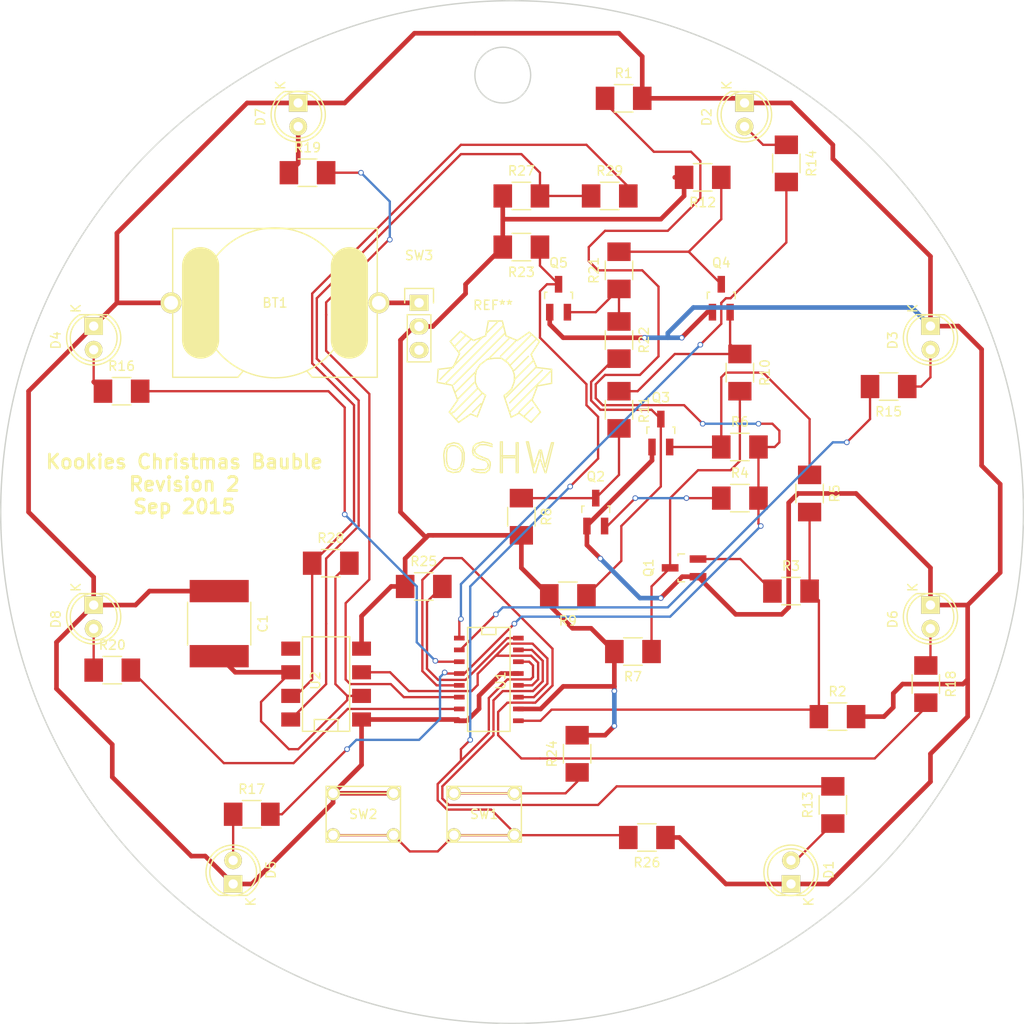
<source format=kicad_pcb>
(kicad_pcb (version 4) (host pcbnew no-vcs-found-product)

  (general
    (links 90)
    (no_connects 0)
    (area 39.924999 39.924999 150.075001 150.075001)
    (thickness 1.6)
    (drawings 3)
    (tracks 452)
    (zones 0)
    (modules 50)
    (nets 37)
  )

  (page A4)
  (title_block
    (title "LED Christmas Bauble")
    (date 2015-09-12)
    (rev 2)
    (comment 1 "Adding coin battery and switching to SMD components")
  )

  (layers
    (0 F.Cu signal)
    (31 B.Cu signal)
    (32 B.Adhes user)
    (33 F.Adhes user)
    (34 B.Paste user)
    (35 F.Paste user)
    (36 B.SilkS user)
    (37 F.SilkS user)
    (38 B.Mask user)
    (39 F.Mask user)
    (40 Dwgs.User user)
    (41 Cmts.User user)
    (42 Eco1.User user)
    (43 Eco2.User user)
    (44 Edge.Cuts user)
    (45 Margin user)
    (46 B.CrtYd user)
    (47 F.CrtYd user)
    (48 B.Fab user)
    (49 F.Fab user)
  )

  (setup
    (last_trace_width 0.25)
    (user_trace_width 0.5)
    (trace_clearance 0.2)
    (zone_clearance 0.508)
    (zone_45_only no)
    (trace_min 0.2)
    (segment_width 0.2)
    (edge_width 0.15)
    (via_size 0.6)
    (via_drill 0.4)
    (via_min_size 0.4)
    (via_min_drill 0.3)
    (uvia_size 0.3)
    (uvia_drill 0.1)
    (uvias_allowed no)
    (uvia_min_size 0.2)
    (uvia_min_drill 0.1)
    (pcb_text_width 0.3)
    (pcb_text_size 1.5 1.5)
    (mod_edge_width 0.15)
    (mod_text_size 1 1)
    (mod_text_width 0.15)
    (pad_size 1.524 1.524)
    (pad_drill 0.762)
    (pad_to_mask_clearance 0.2)
    (aux_axis_origin 0 0)
    (visible_elements FFFEFFFF)
    (pcbplotparams
      (layerselection 0x01030_80000001)
      (usegerberextensions true)
      (excludeedgelayer true)
      (linewidth 0.100000)
      (plotframeref false)
      (viasonmask false)
      (mode 1)
      (useauxorigin false)
      (hpglpennumber 1)
      (hpglpenspeed 20)
      (hpglpendiameter 15)
      (hpglpenoverlay 2)
      (psnegative false)
      (psa4output false)
      (plotreference true)
      (plotvalue true)
      (plotinvisibletext false)
      (padsonsilk false)
      (subtractmaskfromsilk false)
      (outputformat 1)
      (mirror false)
      (drillshape 0)
      (scaleselection 1)
      (outputdirectory ""))
  )

  (net 0 "")
  (net 1 "Net-(BT1-Pad1)")
  (net 2 GND)
  (net 3 "Net-(C1-Pad2)")
  (net 4 "Net-(D1-Pad2)")
  (net 5 "Net-(D2-Pad2)")
  (net 6 "Net-(D3-Pad2)")
  (net 7 "Net-(D4-Pad2)")
  (net 8 "Net-(D5-Pad2)")
  (net 9 "Net-(D6-Pad2)")
  (net 10 "Net-(D7-Pad2)")
  (net 11 "Net-(D8-Pad2)")
  (net 12 "Net-(Q1-Pad2)")
  (net 13 "Net-(Q1-Pad3)")
  (net 14 "Net-(Q2-Pad2)")
  (net 15 "Net-(Q2-Pad3)")
  (net 16 "Net-(Q3-Pad2)")
  (net 17 "Net-(Q3-Pad3)")
  (net 18 "Net-(Q4-Pad2)")
  (net 19 "Net-(Q4-Pad3)")
  (net 20 "Net-(Q5-Pad2)")
  (net 21 /PULL_HIGH)
  (net 22 /LED_E)
  (net 23 /XOR_IN_A)
  (net 24 VCC)
  (net 25 /LED_A)
  (net 26 /LED_B)
  (net 27 /LED_C)
  (net 28 /LED_D)
  (net 29 /LED_F)
  (net 30 /LED_G)
  (net 31 /LED_H)
  (net 32 "Net-(R24-Pad1)")
  (net 33 "Net-(R25-Pad2)")
  (net 34 "Net-(R27-Pad2)")
  (net 35 "Net-(R28-Pad1)")
  (net 36 /555_OUT)

  (net_class Default "This is the default net class."
    (clearance 0.2)
    (trace_width 0.25)
    (via_dia 0.6)
    (via_drill 0.4)
    (uvia_dia 0.3)
    (uvia_drill 0.1)
    (add_net /555_OUT)
    (add_net /LED_A)
    (add_net /LED_B)
    (add_net /LED_C)
    (add_net /LED_D)
    (add_net /LED_E)
    (add_net /LED_F)
    (add_net /LED_G)
    (add_net /LED_H)
    (add_net /PULL_HIGH)
    (add_net /XOR_IN_A)
    (add_net GND)
    (add_net "Net-(BT1-Pad1)")
    (add_net "Net-(C1-Pad2)")
    (add_net "Net-(D1-Pad2)")
    (add_net "Net-(D2-Pad2)")
    (add_net "Net-(D3-Pad2)")
    (add_net "Net-(D4-Pad2)")
    (add_net "Net-(D5-Pad2)")
    (add_net "Net-(D6-Pad2)")
    (add_net "Net-(D7-Pad2)")
    (add_net "Net-(D8-Pad2)")
    (add_net "Net-(Q1-Pad2)")
    (add_net "Net-(Q1-Pad3)")
    (add_net "Net-(Q2-Pad2)")
    (add_net "Net-(Q2-Pad3)")
    (add_net "Net-(Q3-Pad2)")
    (add_net "Net-(Q3-Pad3)")
    (add_net "Net-(Q4-Pad2)")
    (add_net "Net-(Q4-Pad3)")
    (add_net "Net-(Q5-Pad2)")
    (add_net "Net-(R24-Pad1)")
    (add_net "Net-(R25-Pad2)")
    (add_net "Net-(R27-Pad2)")
    (add_net "Net-(R28-Pad1)")
    (add_net VCC)
  )

  (module kookie_utilities:COIN_BAT_HOLDER (layer F.Cu) (tedit 55F3F71E) (tstamp 55F40091)
    (at 69.5 72.5 180)
    (path /55F3F116)
    (fp_text reference BT1 (at 0 0 360) (layer F.SilkS)
      (effects (font (size 1 1) (thickness 0.15)))
    )
    (fp_text value Battery (at 0 -9.1 180) (layer F.Fab)
      (effects (font (size 1 1) (thickness 0.15)))
    )
    (fp_line (start -4 -8) (end -3.4 -7.3) (layer F.SilkS) (width 0.15))
    (fp_line (start 4 -8) (end 3.4 -7.3) (layer F.SilkS) (width 0.15))
    (fp_line (start 8 -4) (end 8 4) (layer F.SilkS) (width 4))
    (fp_line (start -8 -4) (end -8 4) (layer F.SilkS) (width 4))
    (fp_circle (center 0 0) (end 8 1) (layer F.SilkS) (width 0.15))
    (fp_line (start -11 -8) (end -11 8) (layer F.SilkS) (width 0.15))
    (fp_line (start -11 8) (end 11 8) (layer F.SilkS) (width 0.15))
    (fp_line (start 11 8) (end 11 -8) (layer F.SilkS) (width 0.15))
    (fp_line (start 11 -8) (end 4 -8) (layer F.SilkS) (width 0.15))
    (fp_line (start -4 -8) (end -11 -8) (layer F.SilkS) (width 0.15))
    (pad 1 thru_hole circle (at -11.175 0 180) (size 2.25 2.25) (drill 1.5) (layers *.Cu *.Mask F.SilkS)
      (net 1 "Net-(BT1-Pad1)"))
    (pad 2 thru_hole circle (at 11.175 0 180) (size 2.25 2.25) (drill 1.5) (layers *.Cu *.Mask F.SilkS)
      (net 2 GND))
  )

  (module Capacitors_SMD:C_2225_HandSoldering (layer F.Cu) (tedit 541A9D9E) (tstamp 55F40097)
    (at 63.5 107 270)
    (descr "Capacitor SMD 2225, hand soldering")
    (tags "capacitor 2225")
    (path /55F746FE)
    (attr smd)
    (fp_text reference C1 (at 0 -4.7 270) (layer F.SilkS)
      (effects (font (size 1 1) (thickness 0.15)))
    )
    (fp_text value 22µF (at 0 4.7 270) (layer F.Fab)
      (effects (font (size 1 1) (thickness 0.15)))
    )
    (fp_line (start -5 -3.55) (end 5 -3.55) (layer F.CrtYd) (width 0.05))
    (fp_line (start -5 3.55) (end 5 3.55) (layer F.CrtYd) (width 0.05))
    (fp_line (start -5 -3.55) (end -5 3.55) (layer F.CrtYd) (width 0.05))
    (fp_line (start 5 -3.55) (end 5 3.55) (layer F.CrtYd) (width 0.05))
    (fp_line (start 2.3 -3.4) (end -2.3 -3.4) (layer F.SilkS) (width 0.15))
    (fp_line (start -2.3 3.4) (end 2.3 3.4) (layer F.SilkS) (width 0.15))
    (pad 1 smd rect (at -3.5 0 270) (size 2.4 6.35) (layers F.Cu F.Paste F.Mask)
      (net 2 GND))
    (pad 2 smd rect (at 3.5 0 270) (size 2.4 6.35) (layers F.Cu F.Paste F.Mask)
      (net 3 "Net-(C1-Pad2)"))
    (model Capacitors_SMD.3dshapes/C_2225_HandSoldering.wrl
      (at (xyz 0 0 0))
      (scale (xyz 1 1 1))
      (rotate (xyz 0 0 0))
    )
  )

  (module LEDs:LED-5MM (layer F.Cu) (tedit 5570F7EA) (tstamp 55F4009D)
    (at 125 135 90)
    (descr "LED 5mm round vertical")
    (tags "LED 5mm round vertical")
    (path /55F53C47)
    (fp_text reference D1 (at 1.524 4.064 90) (layer F.SilkS)
      (effects (font (size 1 1) (thickness 0.15)))
    )
    (fp_text value LED (at 1.524 -3.937 90) (layer F.Fab)
      (effects (font (size 1 1) (thickness 0.15)))
    )
    (fp_line (start -1.5 -1.55) (end -1.5 1.55) (layer F.CrtYd) (width 0.05))
    (fp_arc (start 1.3 0) (end -1.5 1.55) (angle -302) (layer F.CrtYd) (width 0.05))
    (fp_arc (start 1.27 0) (end -1.23 -1.5) (angle 297.5) (layer F.SilkS) (width 0.15))
    (fp_line (start -1.23 1.5) (end -1.23 -1.5) (layer F.SilkS) (width 0.15))
    (fp_circle (center 1.27 0) (end 0.97 -2.5) (layer F.SilkS) (width 0.15))
    (fp_text user K (at -1.905 1.905 90) (layer F.SilkS)
      (effects (font (size 1 1) (thickness 0.15)))
    )
    (pad 1 thru_hole rect (at 0 0 180) (size 2 1.9) (drill 1.00076) (layers *.Cu *.Mask F.SilkS)
      (net 2 GND))
    (pad 2 thru_hole circle (at 2.54 0 90) (size 1.9 1.9) (drill 1.00076) (layers *.Cu *.Mask F.SilkS)
      (net 4 "Net-(D1-Pad2)"))
    (model LEDs.3dshapes/LED-5MM.wrl
      (at (xyz 0.05 0 0))
      (scale (xyz 1 1 1))
      (rotate (xyz 0 0 90))
    )
  )

  (module LEDs:LED-5MM (layer F.Cu) (tedit 5570F7EA) (tstamp 55F400A3)
    (at 120 51 270)
    (descr "LED 5mm round vertical")
    (tags "LED 5mm round vertical")
    (path /55F54F09)
    (fp_text reference D2 (at 1.524 4.064 270) (layer F.SilkS)
      (effects (font (size 1 1) (thickness 0.15)))
    )
    (fp_text value LED (at 1.524 -3.937 270) (layer F.Fab)
      (effects (font (size 1 1) (thickness 0.15)))
    )
    (fp_line (start -1.5 -1.55) (end -1.5 1.55) (layer F.CrtYd) (width 0.05))
    (fp_arc (start 1.3 0) (end -1.5 1.55) (angle -302) (layer F.CrtYd) (width 0.05))
    (fp_arc (start 1.27 0) (end -1.23 -1.5) (angle 297.5) (layer F.SilkS) (width 0.15))
    (fp_line (start -1.23 1.5) (end -1.23 -1.5) (layer F.SilkS) (width 0.15))
    (fp_circle (center 1.27 0) (end 0.97 -2.5) (layer F.SilkS) (width 0.15))
    (fp_text user K (at -1.905 1.905 270) (layer F.SilkS)
      (effects (font (size 1 1) (thickness 0.15)))
    )
    (pad 1 thru_hole rect (at 0 0) (size 2 1.9) (drill 1.00076) (layers *.Cu *.Mask F.SilkS)
      (net 2 GND))
    (pad 2 thru_hole circle (at 2.54 0 270) (size 1.9 1.9) (drill 1.00076) (layers *.Cu *.Mask F.SilkS)
      (net 5 "Net-(D2-Pad2)"))
    (model LEDs.3dshapes/LED-5MM.wrl
      (at (xyz 0.05 0 0))
      (scale (xyz 1 1 1))
      (rotate (xyz 0 0 90))
    )
  )

  (module LEDs:LED-5MM (layer F.Cu) (tedit 5570F7EA) (tstamp 55F400A9)
    (at 140 75 270)
    (descr "LED 5mm round vertical")
    (tags "LED 5mm round vertical")
    (path /55F564A1)
    (fp_text reference D3 (at 1.524 4.064 270) (layer F.SilkS)
      (effects (font (size 1 1) (thickness 0.15)))
    )
    (fp_text value LED (at 1.524 -3.937 270) (layer F.Fab)
      (effects (font (size 1 1) (thickness 0.15)))
    )
    (fp_line (start -1.5 -1.55) (end -1.5 1.55) (layer F.CrtYd) (width 0.05))
    (fp_arc (start 1.3 0) (end -1.5 1.55) (angle -302) (layer F.CrtYd) (width 0.05))
    (fp_arc (start 1.27 0) (end -1.23 -1.5) (angle 297.5) (layer F.SilkS) (width 0.15))
    (fp_line (start -1.23 1.5) (end -1.23 -1.5) (layer F.SilkS) (width 0.15))
    (fp_circle (center 1.27 0) (end 0.97 -2.5) (layer F.SilkS) (width 0.15))
    (fp_text user K (at -1.905 1.905 270) (layer F.SilkS)
      (effects (font (size 1 1) (thickness 0.15)))
    )
    (pad 1 thru_hole rect (at 0 0) (size 2 1.9) (drill 1.00076) (layers *.Cu *.Mask F.SilkS)
      (net 2 GND))
    (pad 2 thru_hole circle (at 2.54 0 270) (size 1.9 1.9) (drill 1.00076) (layers *.Cu *.Mask F.SilkS)
      (net 6 "Net-(D3-Pad2)"))
    (model LEDs.3dshapes/LED-5MM.wrl
      (at (xyz 0.05 0 0))
      (scale (xyz 1 1 1))
      (rotate (xyz 0 0 90))
    )
  )

  (module LEDs:LED-5MM (layer F.Cu) (tedit 5570F7EA) (tstamp 55F400AF)
    (at 50 75 270)
    (descr "LED 5mm round vertical")
    (tags "LED 5mm round vertical")
    (path /55F56568)
    (fp_text reference D4 (at 1.524 4.064 270) (layer F.SilkS)
      (effects (font (size 1 1) (thickness 0.15)))
    )
    (fp_text value LED (at 1.524 -3.937 270) (layer F.Fab)
      (effects (font (size 1 1) (thickness 0.15)))
    )
    (fp_line (start -1.5 -1.55) (end -1.5 1.55) (layer F.CrtYd) (width 0.05))
    (fp_arc (start 1.3 0) (end -1.5 1.55) (angle -302) (layer F.CrtYd) (width 0.05))
    (fp_arc (start 1.27 0) (end -1.23 -1.5) (angle 297.5) (layer F.SilkS) (width 0.15))
    (fp_line (start -1.23 1.5) (end -1.23 -1.5) (layer F.SilkS) (width 0.15))
    (fp_circle (center 1.27 0) (end 0.97 -2.5) (layer F.SilkS) (width 0.15))
    (fp_text user K (at -1.905 1.905 270) (layer F.SilkS)
      (effects (font (size 1 1) (thickness 0.15)))
    )
    (pad 1 thru_hole rect (at 0 0) (size 2 1.9) (drill 1.00076) (layers *.Cu *.Mask F.SilkS)
      (net 2 GND))
    (pad 2 thru_hole circle (at 2.54 0 270) (size 1.9 1.9) (drill 1.00076) (layers *.Cu *.Mask F.SilkS)
      (net 7 "Net-(D4-Pad2)"))
    (model LEDs.3dshapes/LED-5MM.wrl
      (at (xyz 0.05 0 0))
      (scale (xyz 1 1 1))
      (rotate (xyz 0 0 90))
    )
  )

  (module LEDs:LED-5MM (layer F.Cu) (tedit 5570F7EA) (tstamp 55F400B5)
    (at 65 135 90)
    (descr "LED 5mm round vertical")
    (tags "LED 5mm round vertical")
    (path /55F597F1)
    (fp_text reference D5 (at 1.524 4.064 90) (layer F.SilkS)
      (effects (font (size 1 1) (thickness 0.15)))
    )
    (fp_text value LED (at 1.524 -3.937 90) (layer F.Fab)
      (effects (font (size 1 1) (thickness 0.15)))
    )
    (fp_line (start -1.5 -1.55) (end -1.5 1.55) (layer F.CrtYd) (width 0.05))
    (fp_arc (start 1.3 0) (end -1.5 1.55) (angle -302) (layer F.CrtYd) (width 0.05))
    (fp_arc (start 1.27 0) (end -1.23 -1.5) (angle 297.5) (layer F.SilkS) (width 0.15))
    (fp_line (start -1.23 1.5) (end -1.23 -1.5) (layer F.SilkS) (width 0.15))
    (fp_circle (center 1.27 0) (end 0.97 -2.5) (layer F.SilkS) (width 0.15))
    (fp_text user K (at -1.905 1.905 90) (layer F.SilkS)
      (effects (font (size 1 1) (thickness 0.15)))
    )
    (pad 1 thru_hole rect (at 0 0 180) (size 2 1.9) (drill 1.00076) (layers *.Cu *.Mask F.SilkS)
      (net 2 GND))
    (pad 2 thru_hole circle (at 2.54 0 90) (size 1.9 1.9) (drill 1.00076) (layers *.Cu *.Mask F.SilkS)
      (net 8 "Net-(D5-Pad2)"))
    (model LEDs.3dshapes/LED-5MM.wrl
      (at (xyz 0.05 0 0))
      (scale (xyz 1 1 1))
      (rotate (xyz 0 0 90))
    )
  )

  (module LEDs:LED-5MM (layer F.Cu) (tedit 5570F7EA) (tstamp 55F400BB)
    (at 140 105 270)
    (descr "LED 5mm round vertical")
    (tags "LED 5mm round vertical")
    (path /55F59C5B)
    (fp_text reference D6 (at 1.524 4.064 270) (layer F.SilkS)
      (effects (font (size 1 1) (thickness 0.15)))
    )
    (fp_text value LED (at 1.524 -3.937 270) (layer F.Fab)
      (effects (font (size 1 1) (thickness 0.15)))
    )
    (fp_line (start -1.5 -1.55) (end -1.5 1.55) (layer F.CrtYd) (width 0.05))
    (fp_arc (start 1.3 0) (end -1.5 1.55) (angle -302) (layer F.CrtYd) (width 0.05))
    (fp_arc (start 1.27 0) (end -1.23 -1.5) (angle 297.5) (layer F.SilkS) (width 0.15))
    (fp_line (start -1.23 1.5) (end -1.23 -1.5) (layer F.SilkS) (width 0.15))
    (fp_circle (center 1.27 0) (end 0.97 -2.5) (layer F.SilkS) (width 0.15))
    (fp_text user K (at -1.905 1.905 270) (layer F.SilkS)
      (effects (font (size 1 1) (thickness 0.15)))
    )
    (pad 1 thru_hole rect (at 0 0) (size 2 1.9) (drill 1.00076) (layers *.Cu *.Mask F.SilkS)
      (net 2 GND))
    (pad 2 thru_hole circle (at 2.54 0 270) (size 1.9 1.9) (drill 1.00076) (layers *.Cu *.Mask F.SilkS)
      (net 9 "Net-(D6-Pad2)"))
    (model LEDs.3dshapes/LED-5MM.wrl
      (at (xyz 0.05 0 0))
      (scale (xyz 1 1 1))
      (rotate (xyz 0 0 90))
    )
  )

  (module LEDs:LED-5MM (layer F.Cu) (tedit 5570F7EA) (tstamp 55F400C1)
    (at 72 51 270)
    (descr "LED 5mm round vertical")
    (tags "LED 5mm round vertical")
    (path /55F5C210)
    (fp_text reference D7 (at 1.524 4.064 270) (layer F.SilkS)
      (effects (font (size 1 1) (thickness 0.15)))
    )
    (fp_text value LED (at 1.524 -3.937 270) (layer F.Fab)
      (effects (font (size 1 1) (thickness 0.15)))
    )
    (fp_line (start -1.5 -1.55) (end -1.5 1.55) (layer F.CrtYd) (width 0.05))
    (fp_arc (start 1.3 0) (end -1.5 1.55) (angle -302) (layer F.CrtYd) (width 0.05))
    (fp_arc (start 1.27 0) (end -1.23 -1.5) (angle 297.5) (layer F.SilkS) (width 0.15))
    (fp_line (start -1.23 1.5) (end -1.23 -1.5) (layer F.SilkS) (width 0.15))
    (fp_circle (center 1.27 0) (end 0.97 -2.5) (layer F.SilkS) (width 0.15))
    (fp_text user K (at -1.905 1.905 270) (layer F.SilkS)
      (effects (font (size 1 1) (thickness 0.15)))
    )
    (pad 1 thru_hole rect (at 0 0) (size 2 1.9) (drill 1.00076) (layers *.Cu *.Mask F.SilkS)
      (net 2 GND))
    (pad 2 thru_hole circle (at 2.54 0 270) (size 1.9 1.9) (drill 1.00076) (layers *.Cu *.Mask F.SilkS)
      (net 10 "Net-(D7-Pad2)"))
    (model LEDs.3dshapes/LED-5MM.wrl
      (at (xyz 0.05 0 0))
      (scale (xyz 1 1 1))
      (rotate (xyz 0 0 90))
    )
  )

  (module LEDs:LED-5MM (layer F.Cu) (tedit 5570F7EA) (tstamp 55F400C7)
    (at 50 105 270)
    (descr "LED 5mm round vertical")
    (tags "LED 5mm round vertical")
    (path /55F5C6E4)
    (fp_text reference D8 (at 1.524 4.064 270) (layer F.SilkS)
      (effects (font (size 1 1) (thickness 0.15)))
    )
    (fp_text value LED (at 1.524 -3.937 270) (layer F.Fab)
      (effects (font (size 1 1) (thickness 0.15)))
    )
    (fp_line (start -1.5 -1.55) (end -1.5 1.55) (layer F.CrtYd) (width 0.05))
    (fp_arc (start 1.3 0) (end -1.5 1.55) (angle -302) (layer F.CrtYd) (width 0.05))
    (fp_arc (start 1.27 0) (end -1.23 -1.5) (angle 297.5) (layer F.SilkS) (width 0.15))
    (fp_line (start -1.23 1.5) (end -1.23 -1.5) (layer F.SilkS) (width 0.15))
    (fp_circle (center 1.27 0) (end 0.97 -2.5) (layer F.SilkS) (width 0.15))
    (fp_text user K (at -1.905 1.905 270) (layer F.SilkS)
      (effects (font (size 1 1) (thickness 0.15)))
    )
    (pad 1 thru_hole rect (at 0 0) (size 2 1.9) (drill 1.00076) (layers *.Cu *.Mask F.SilkS)
      (net 2 GND))
    (pad 2 thru_hole circle (at 2.54 0 270) (size 1.9 1.9) (drill 1.00076) (layers *.Cu *.Mask F.SilkS)
      (net 11 "Net-(D8-Pad2)"))
    (model LEDs.3dshapes/LED-5MM.wrl
      (at (xyz 0.05 0 0))
      (scale (xyz 1 1 1))
      (rotate (xyz 0 0 90))
    )
  )

  (module Housings_SOT-23_SOT-143_TSOT-6:SOT-23_Handsoldering (layer F.Cu) (tedit 54E9291B) (tstamp 55F400CE)
    (at 113.5 101 90)
    (descr "SOT-23, Handsoldering")
    (tags SOT-23)
    (path /55F30895)
    (attr smd)
    (fp_text reference Q1 (at 0 -3.81 90) (layer F.SilkS)
      (effects (font (size 1 1) (thickness 0.15)))
    )
    (fp_text value Q_NPN_EBC (at 0 3.81 90) (layer F.Fab)
      (effects (font (size 1 1) (thickness 0.15)))
    )
    (fp_line (start -1.49982 0.0508) (end -1.49982 -0.65024) (layer F.SilkS) (width 0.15))
    (fp_line (start -1.49982 -0.65024) (end -1.2509 -0.65024) (layer F.SilkS) (width 0.15))
    (fp_line (start 1.29916 -0.65024) (end 1.49982 -0.65024) (layer F.SilkS) (width 0.15))
    (fp_line (start 1.49982 -0.65024) (end 1.49982 0.0508) (layer F.SilkS) (width 0.15))
    (pad 1 smd rect (at -0.95 1.50114 90) (size 0.8001 1.80086) (layers F.Cu F.Paste F.Mask)
      (net 2 GND))
    (pad 2 smd rect (at 0.95 1.50114 90) (size 0.8001 1.80086) (layers F.Cu F.Paste F.Mask)
      (net 12 "Net-(Q1-Pad2)"))
    (pad 3 smd rect (at 0 -1.50114 90) (size 0.8001 1.80086) (layers F.Cu F.Paste F.Mask)
      (net 13 "Net-(Q1-Pad3)"))
    (model Housings_SOT-23_SOT-143_TSOT-6.3dshapes/SOT-23_Handsoldering.wrl
      (at (xyz 0 0 0))
      (scale (xyz 1 1 1))
      (rotate (xyz 0 0 0))
    )
  )

  (module Housings_SOT-23_SOT-143_TSOT-6:SOT-23_Handsoldering (layer F.Cu) (tedit 54E9291B) (tstamp 55F400D5)
    (at 104 95)
    (descr "SOT-23, Handsoldering")
    (tags SOT-23)
    (path /55F3199C)
    (attr smd)
    (fp_text reference Q2 (at 0 -3.81) (layer F.SilkS)
      (effects (font (size 1 1) (thickness 0.15)))
    )
    (fp_text value Q_NPN_EBC (at 0 3.81) (layer F.Fab)
      (effects (font (size 1 1) (thickness 0.15)))
    )
    (fp_line (start -1.49982 0.0508) (end -1.49982 -0.65024) (layer F.SilkS) (width 0.15))
    (fp_line (start -1.49982 -0.65024) (end -1.2509 -0.65024) (layer F.SilkS) (width 0.15))
    (fp_line (start 1.29916 -0.65024) (end 1.49982 -0.65024) (layer F.SilkS) (width 0.15))
    (fp_line (start 1.49982 -0.65024) (end 1.49982 0.0508) (layer F.SilkS) (width 0.15))
    (pad 1 smd rect (at -0.95 1.50114) (size 0.8001 1.80086) (layers F.Cu F.Paste F.Mask)
      (net 2 GND))
    (pad 2 smd rect (at 0.95 1.50114) (size 0.8001 1.80086) (layers F.Cu F.Paste F.Mask)
      (net 14 "Net-(Q2-Pad2)"))
    (pad 3 smd rect (at 0 -1.50114) (size 0.8001 1.80086) (layers F.Cu F.Paste F.Mask)
      (net 15 "Net-(Q2-Pad3)"))
    (model Housings_SOT-23_SOT-143_TSOT-6.3dshapes/SOT-23_Handsoldering.wrl
      (at (xyz 0 0 0))
      (scale (xyz 1 1 1))
      (rotate (xyz 0 0 0))
    )
  )

  (module Housings_SOT-23_SOT-143_TSOT-6:SOT-23_Handsoldering (layer F.Cu) (tedit 54E9291B) (tstamp 55F400DC)
    (at 111 86.5)
    (descr "SOT-23, Handsoldering")
    (tags SOT-23)
    (path /55F3302C)
    (attr smd)
    (fp_text reference Q3 (at 0 -3.81) (layer F.SilkS)
      (effects (font (size 1 1) (thickness 0.15)))
    )
    (fp_text value Q_NPN_EBC (at 0 3.81) (layer F.Fab)
      (effects (font (size 1 1) (thickness 0.15)))
    )
    (fp_line (start -1.49982 0.0508) (end -1.49982 -0.65024) (layer F.SilkS) (width 0.15))
    (fp_line (start -1.49982 -0.65024) (end -1.2509 -0.65024) (layer F.SilkS) (width 0.15))
    (fp_line (start 1.29916 -0.65024) (end 1.49982 -0.65024) (layer F.SilkS) (width 0.15))
    (fp_line (start 1.49982 -0.65024) (end 1.49982 0.0508) (layer F.SilkS) (width 0.15))
    (pad 1 smd rect (at -0.95 1.50114) (size 0.8001 1.80086) (layers F.Cu F.Paste F.Mask)
      (net 2 GND))
    (pad 2 smd rect (at 0.95 1.50114) (size 0.8001 1.80086) (layers F.Cu F.Paste F.Mask)
      (net 16 "Net-(Q3-Pad2)"))
    (pad 3 smd rect (at 0 -1.50114) (size 0.8001 1.80086) (layers F.Cu F.Paste F.Mask)
      (net 17 "Net-(Q3-Pad3)"))
    (model Housings_SOT-23_SOT-143_TSOT-6.3dshapes/SOT-23_Handsoldering.wrl
      (at (xyz 0 0 0))
      (scale (xyz 1 1 1))
      (rotate (xyz 0 0 0))
    )
  )

  (module Housings_SOT-23_SOT-143_TSOT-6:SOT-23_Handsoldering (layer F.Cu) (tedit 54E9291B) (tstamp 55F400E3)
    (at 117.5 72)
    (descr "SOT-23, Handsoldering")
    (tags SOT-23)
    (path /55F32015)
    (attr smd)
    (fp_text reference Q4 (at 0 -3.81) (layer F.SilkS)
      (effects (font (size 1 1) (thickness 0.15)))
    )
    (fp_text value Q_NPN_EBC (at 0 3.81) (layer F.Fab)
      (effects (font (size 1 1) (thickness 0.15)))
    )
    (fp_line (start -1.49982 0.0508) (end -1.49982 -0.65024) (layer F.SilkS) (width 0.15))
    (fp_line (start -1.49982 -0.65024) (end -1.2509 -0.65024) (layer F.SilkS) (width 0.15))
    (fp_line (start 1.29916 -0.65024) (end 1.49982 -0.65024) (layer F.SilkS) (width 0.15))
    (fp_line (start 1.49982 -0.65024) (end 1.49982 0.0508) (layer F.SilkS) (width 0.15))
    (pad 1 smd rect (at -0.95 1.50114) (size 0.8001 1.80086) (layers F.Cu F.Paste F.Mask)
      (net 2 GND))
    (pad 2 smd rect (at 0.95 1.50114) (size 0.8001 1.80086) (layers F.Cu F.Paste F.Mask)
      (net 18 "Net-(Q4-Pad2)"))
    (pad 3 smd rect (at 0 -1.50114) (size 0.8001 1.80086) (layers F.Cu F.Paste F.Mask)
      (net 19 "Net-(Q4-Pad3)"))
    (model Housings_SOT-23_SOT-143_TSOT-6.3dshapes/SOT-23_Handsoldering.wrl
      (at (xyz 0 0 0))
      (scale (xyz 1 1 1))
      (rotate (xyz 0 0 0))
    )
  )

  (module Housings_SOT-23_SOT-143_TSOT-6:SOT-23_Handsoldering (layer F.Cu) (tedit 54E9291B) (tstamp 55F400EA)
    (at 100 72)
    (descr "SOT-23, Handsoldering")
    (tags SOT-23)
    (path /55F3364A)
    (attr smd)
    (fp_text reference Q5 (at 0 -3.81) (layer F.SilkS)
      (effects (font (size 1 1) (thickness 0.15)))
    )
    (fp_text value Q_NPN_EBC (at 0 3.81) (layer F.Fab)
      (effects (font (size 1 1) (thickness 0.15)))
    )
    (fp_line (start -1.49982 0.0508) (end -1.49982 -0.65024) (layer F.SilkS) (width 0.15))
    (fp_line (start -1.49982 -0.65024) (end -1.2509 -0.65024) (layer F.SilkS) (width 0.15))
    (fp_line (start 1.29916 -0.65024) (end 1.49982 -0.65024) (layer F.SilkS) (width 0.15))
    (fp_line (start 1.49982 -0.65024) (end 1.49982 0.0508) (layer F.SilkS) (width 0.15))
    (pad 1 smd rect (at -0.95 1.50114) (size 0.8001 1.80086) (layers F.Cu F.Paste F.Mask)
      (net 2 GND))
    (pad 2 smd rect (at 0.95 1.50114) (size 0.8001 1.80086) (layers F.Cu F.Paste F.Mask)
      (net 20 "Net-(Q5-Pad2)"))
    (pad 3 smd rect (at 0 -1.50114) (size 0.8001 1.80086) (layers F.Cu F.Paste F.Mask)
      (net 21 /PULL_HIGH))
    (model Housings_SOT-23_SOT-143_TSOT-6.3dshapes/SOT-23_Handsoldering.wrl
      (at (xyz 0 0 0))
      (scale (xyz 1 1 1))
      (rotate (xyz 0 0 0))
    )
  )

  (module Resistors_SMD:R_1210_HandSoldering (layer F.Cu) (tedit 5418A32D) (tstamp 55F400F0)
    (at 107 50.5)
    (descr "Resistor SMD 1210, hand soldering")
    (tags "resistor 1210")
    (path /55F34D5E)
    (attr smd)
    (fp_text reference R1 (at 0 -2.7) (layer F.SilkS)
      (effects (font (size 1 1) (thickness 0.15)))
    )
    (fp_text value 10k (at 0 2.7) (layer F.Fab)
      (effects (font (size 1 1) (thickness 0.15)))
    )
    (fp_line (start -3.3 -1.6) (end 3.3 -1.6) (layer F.CrtYd) (width 0.05))
    (fp_line (start -3.3 1.6) (end 3.3 1.6) (layer F.CrtYd) (width 0.05))
    (fp_line (start -3.3 -1.6) (end -3.3 1.6) (layer F.CrtYd) (width 0.05))
    (fp_line (start 3.3 -1.6) (end 3.3 1.6) (layer F.CrtYd) (width 0.05))
    (fp_line (start 1 1.475) (end -1 1.475) (layer F.SilkS) (width 0.15))
    (fp_line (start -1 -1.475) (end 1 -1.475) (layer F.SilkS) (width 0.15))
    (pad 1 smd rect (at -2 0) (size 2 2.5) (layers F.Cu F.Paste F.Mask)
      (net 22 /LED_E))
    (pad 2 smd rect (at 2 0) (size 2 2.5) (layers F.Cu F.Paste F.Mask)
      (net 2 GND))
    (model Resistors_SMD.3dshapes/R_1210_HandSoldering.wrl
      (at (xyz 0 0 0))
      (scale (xyz 1 1 1))
      (rotate (xyz 0 0 0))
    )
  )

  (module Resistors_SMD:R_1210_HandSoldering (layer F.Cu) (tedit 5418A32D) (tstamp 55F400F6)
    (at 130 117)
    (descr "Resistor SMD 1210, hand soldering")
    (tags "resistor 1210")
    (path /55F34ABA)
    (attr smd)
    (fp_text reference R2 (at 0 -2.7) (layer F.SilkS)
      (effects (font (size 1 1) (thickness 0.15)))
    )
    (fp_text value 10k (at 0 2.7) (layer F.Fab)
      (effects (font (size 1 1) (thickness 0.15)))
    )
    (fp_line (start -3.3 -1.6) (end 3.3 -1.6) (layer F.CrtYd) (width 0.05))
    (fp_line (start -3.3 1.6) (end 3.3 1.6) (layer F.CrtYd) (width 0.05))
    (fp_line (start -3.3 -1.6) (end -3.3 1.6) (layer F.CrtYd) (width 0.05))
    (fp_line (start 3.3 -1.6) (end 3.3 1.6) (layer F.CrtYd) (width 0.05))
    (fp_line (start 1 1.475) (end -1 1.475) (layer F.SilkS) (width 0.15))
    (fp_line (start -1 -1.475) (end 1 -1.475) (layer F.SilkS) (width 0.15))
    (pad 1 smd rect (at -2 0) (size 2 2.5) (layers F.Cu F.Paste F.Mask)
      (net 23 /XOR_IN_A))
    (pad 2 smd rect (at 2 0) (size 2 2.5) (layers F.Cu F.Paste F.Mask)
      (net 2 GND))
    (model Resistors_SMD.3dshapes/R_1210_HandSoldering.wrl
      (at (xyz 0 0 0))
      (scale (xyz 1 1 1))
      (rotate (xyz 0 0 0))
    )
  )

  (module Resistors_SMD:R_1210_HandSoldering (layer F.Cu) (tedit 5418A32D) (tstamp 55F400FC)
    (at 125 103.5)
    (descr "Resistor SMD 1210, hand soldering")
    (tags "resistor 1210")
    (path /55F30E6E)
    (attr smd)
    (fp_text reference R3 (at 0 -2.7) (layer F.SilkS)
      (effects (font (size 1 1) (thickness 0.15)))
    )
    (fp_text value 10k (at 0 2.7) (layer F.Fab)
      (effects (font (size 1 1) (thickness 0.15)))
    )
    (fp_line (start -3.3 -1.6) (end 3.3 -1.6) (layer F.CrtYd) (width 0.05))
    (fp_line (start -3.3 1.6) (end 3.3 1.6) (layer F.CrtYd) (width 0.05))
    (fp_line (start -3.3 -1.6) (end -3.3 1.6) (layer F.CrtYd) (width 0.05))
    (fp_line (start 3.3 -1.6) (end 3.3 1.6) (layer F.CrtYd) (width 0.05))
    (fp_line (start 1 1.475) (end -1 1.475) (layer F.SilkS) (width 0.15))
    (fp_line (start -1 -1.475) (end 1 -1.475) (layer F.SilkS) (width 0.15))
    (pad 1 smd rect (at -2 0) (size 2 2.5) (layers F.Cu F.Paste F.Mask)
      (net 12 "Net-(Q1-Pad2)"))
    (pad 2 smd rect (at 2 0) (size 2 2.5) (layers F.Cu F.Paste F.Mask)
      (net 23 /XOR_IN_A))
    (model Resistors_SMD.3dshapes/R_1210_HandSoldering.wrl
      (at (xyz 0 0 0))
      (scale (xyz 1 1 1))
      (rotate (xyz 0 0 0))
    )
  )

  (module Resistors_SMD:R_1210_HandSoldering (layer F.Cu) (tedit 5418A32D) (tstamp 55F40102)
    (at 119.5 93.5)
    (descr "Resistor SMD 1210, hand soldering")
    (tags "resistor 1210")
    (path /55F319BE)
    (attr smd)
    (fp_text reference R4 (at 0 -2.7) (layer F.SilkS)
      (effects (font (size 1 1) (thickness 0.15)))
    )
    (fp_text value 10k (at 0 2.7) (layer F.Fab)
      (effects (font (size 1 1) (thickness 0.15)))
    )
    (fp_line (start -3.3 -1.6) (end 3.3 -1.6) (layer F.CrtYd) (width 0.05))
    (fp_line (start -3.3 1.6) (end 3.3 1.6) (layer F.CrtYd) (width 0.05))
    (fp_line (start -3.3 -1.6) (end -3.3 1.6) (layer F.CrtYd) (width 0.05))
    (fp_line (start 3.3 -1.6) (end 3.3 1.6) (layer F.CrtYd) (width 0.05))
    (fp_line (start 1 1.475) (end -1 1.475) (layer F.SilkS) (width 0.15))
    (fp_line (start -1 -1.475) (end 1 -1.475) (layer F.SilkS) (width 0.15))
    (pad 1 smd rect (at -2 0) (size 2 2.5) (layers F.Cu F.Paste F.Mask)
      (net 14 "Net-(Q2-Pad2)"))
    (pad 2 smd rect (at 2 0) (size 2 2.5) (layers F.Cu F.Paste F.Mask)
      (net 22 /LED_E))
    (model Resistors_SMD.3dshapes/R_1210_HandSoldering.wrl
      (at (xyz 0 0 0))
      (scale (xyz 1 1 1))
      (rotate (xyz 0 0 0))
    )
  )

  (module Resistors_SMD:R_1210_HandSoldering (layer F.Cu) (tedit 5418A32D) (tstamp 55F40108)
    (at 127 93 270)
    (descr "Resistor SMD 1210, hand soldering")
    (tags "resistor 1210")
    (path /55F3304A)
    (attr smd)
    (fp_text reference R5 (at 0 -2.7 270) (layer F.SilkS)
      (effects (font (size 1 1) (thickness 0.15)))
    )
    (fp_text value 10k (at 0 2.7 270) (layer F.Fab)
      (effects (font (size 1 1) (thickness 0.15)))
    )
    (fp_line (start -3.3 -1.6) (end 3.3 -1.6) (layer F.CrtYd) (width 0.05))
    (fp_line (start -3.3 1.6) (end 3.3 1.6) (layer F.CrtYd) (width 0.05))
    (fp_line (start -3.3 -1.6) (end -3.3 1.6) (layer F.CrtYd) (width 0.05))
    (fp_line (start 3.3 -1.6) (end 3.3 1.6) (layer F.CrtYd) (width 0.05))
    (fp_line (start 1 1.475) (end -1 1.475) (layer F.SilkS) (width 0.15))
    (fp_line (start -1 -1.475) (end 1 -1.475) (layer F.SilkS) (width 0.15))
    (pad 1 smd rect (at -2 0 270) (size 2 2.5) (layers F.Cu F.Paste F.Mask)
      (net 16 "Net-(Q3-Pad2)"))
    (pad 2 smd rect (at 2 0 270) (size 2 2.5) (layers F.Cu F.Paste F.Mask)
      (net 23 /XOR_IN_A))
    (model Resistors_SMD.3dshapes/R_1210_HandSoldering.wrl
      (at (xyz 0 0 0))
      (scale (xyz 1 1 1))
      (rotate (xyz 0 0 0))
    )
  )

  (module Resistors_SMD:R_1210_HandSoldering (layer F.Cu) (tedit 5418A32D) (tstamp 55F4010E)
    (at 119.5 88)
    (descr "Resistor SMD 1210, hand soldering")
    (tags "resistor 1210")
    (path /55F33050)
    (attr smd)
    (fp_text reference R6 (at 0 -2.7) (layer F.SilkS)
      (effects (font (size 1 1) (thickness 0.15)))
    )
    (fp_text value 10k (at 0 2.7) (layer F.Fab)
      (effects (font (size 1 1) (thickness 0.15)))
    )
    (fp_line (start -3.3 -1.6) (end 3.3 -1.6) (layer F.CrtYd) (width 0.05))
    (fp_line (start -3.3 1.6) (end 3.3 1.6) (layer F.CrtYd) (width 0.05))
    (fp_line (start -3.3 -1.6) (end -3.3 1.6) (layer F.CrtYd) (width 0.05))
    (fp_line (start 3.3 -1.6) (end 3.3 1.6) (layer F.CrtYd) (width 0.05))
    (fp_line (start 1 1.475) (end -1 1.475) (layer F.SilkS) (width 0.15))
    (fp_line (start -1 -1.475) (end 1 -1.475) (layer F.SilkS) (width 0.15))
    (pad 1 smd rect (at -2 0) (size 2 2.5) (layers F.Cu F.Paste F.Mask)
      (net 16 "Net-(Q3-Pad2)"))
    (pad 2 smd rect (at 2 0) (size 2 2.5) (layers F.Cu F.Paste F.Mask)
      (net 22 /LED_E))
    (model Resistors_SMD.3dshapes/R_1210_HandSoldering.wrl
      (at (xyz 0 0 0))
      (scale (xyz 1 1 1))
      (rotate (xyz 0 0 0))
    )
  )

  (module Resistors_SMD:R_1210_HandSoldering (layer F.Cu) (tedit 5418A32D) (tstamp 55F40114)
    (at 108 110 180)
    (descr "Resistor SMD 1210, hand soldering")
    (tags "resistor 1210")
    (path /55F309C1)
    (attr smd)
    (fp_text reference R7 (at 0 -2.7 180) (layer F.SilkS)
      (effects (font (size 1 1) (thickness 0.15)))
    )
    (fp_text value 4.7k (at 0 2.7 180) (layer F.Fab)
      (effects (font (size 1 1) (thickness 0.15)))
    )
    (fp_line (start -3.3 -1.6) (end 3.3 -1.6) (layer F.CrtYd) (width 0.05))
    (fp_line (start -3.3 1.6) (end 3.3 1.6) (layer F.CrtYd) (width 0.05))
    (fp_line (start -3.3 -1.6) (end -3.3 1.6) (layer F.CrtYd) (width 0.05))
    (fp_line (start 3.3 -1.6) (end 3.3 1.6) (layer F.CrtYd) (width 0.05))
    (fp_line (start 1 1.475) (end -1 1.475) (layer F.SilkS) (width 0.15))
    (fp_line (start -1 -1.475) (end 1 -1.475) (layer F.SilkS) (width 0.15))
    (pad 1 smd rect (at -2 0 180) (size 2 2.5) (layers F.Cu F.Paste F.Mask)
      (net 13 "Net-(Q1-Pad3)"))
    (pad 2 smd rect (at 2 0 180) (size 2 2.5) (layers F.Cu F.Paste F.Mask)
      (net 24 VCC))
    (model Resistors_SMD.3dshapes/R_1210_HandSoldering.wrl
      (at (xyz 0 0 0))
      (scale (xyz 1 1 1))
      (rotate (xyz 0 0 0))
    )
  )

  (module Resistors_SMD:R_1210_HandSoldering (layer F.Cu) (tedit 5418A32D) (tstamp 55F4011A)
    (at 96 95.5 270)
    (descr "Resistor SMD 1210, hand soldering")
    (tags "resistor 1210")
    (path /55F319A8)
    (attr smd)
    (fp_text reference R8 (at 0 -2.7 270) (layer F.SilkS)
      (effects (font (size 1 1) (thickness 0.15)))
    )
    (fp_text value 4.7k (at 0 2.7 270) (layer F.Fab)
      (effects (font (size 1 1) (thickness 0.15)))
    )
    (fp_line (start -3.3 -1.6) (end 3.3 -1.6) (layer F.CrtYd) (width 0.05))
    (fp_line (start -3.3 1.6) (end 3.3 1.6) (layer F.CrtYd) (width 0.05))
    (fp_line (start -3.3 -1.6) (end -3.3 1.6) (layer F.CrtYd) (width 0.05))
    (fp_line (start 3.3 -1.6) (end 3.3 1.6) (layer F.CrtYd) (width 0.05))
    (fp_line (start 1 1.475) (end -1 1.475) (layer F.SilkS) (width 0.15))
    (fp_line (start -1 -1.475) (end 1 -1.475) (layer F.SilkS) (width 0.15))
    (pad 1 smd rect (at -2 0 270) (size 2 2.5) (layers F.Cu F.Paste F.Mask)
      (net 15 "Net-(Q2-Pad3)"))
    (pad 2 smd rect (at 2 0 270) (size 2 2.5) (layers F.Cu F.Paste F.Mask)
      (net 24 VCC))
    (model Resistors_SMD.3dshapes/R_1210_HandSoldering.wrl
      (at (xyz 0 0 0))
      (scale (xyz 1 1 1))
      (rotate (xyz 0 0 0))
    )
  )

  (module Resistors_SMD:R_1210_HandSoldering (layer F.Cu) (tedit 5418A32D) (tstamp 55F40120)
    (at 101 104 180)
    (descr "Resistor SMD 1210, hand soldering")
    (tags "resistor 1210")
    (path /55F33038)
    (attr smd)
    (fp_text reference R9 (at 0 -2.7 180) (layer F.SilkS)
      (effects (font (size 1 1) (thickness 0.15)))
    )
    (fp_text value 4.7k (at 0 2.7 180) (layer F.Fab)
      (effects (font (size 1 1) (thickness 0.15)))
    )
    (fp_line (start -3.3 -1.6) (end 3.3 -1.6) (layer F.CrtYd) (width 0.05))
    (fp_line (start -3.3 1.6) (end 3.3 1.6) (layer F.CrtYd) (width 0.05))
    (fp_line (start -3.3 -1.6) (end -3.3 1.6) (layer F.CrtYd) (width 0.05))
    (fp_line (start 3.3 -1.6) (end 3.3 1.6) (layer F.CrtYd) (width 0.05))
    (fp_line (start 1 1.475) (end -1 1.475) (layer F.SilkS) (width 0.15))
    (fp_line (start -1 -1.475) (end 1 -1.475) (layer F.SilkS) (width 0.15))
    (pad 1 smd rect (at -2 0 180) (size 2 2.5) (layers F.Cu F.Paste F.Mask)
      (net 17 "Net-(Q3-Pad3)"))
    (pad 2 smd rect (at 2 0 180) (size 2 2.5) (layers F.Cu F.Paste F.Mask)
      (net 24 VCC))
    (model Resistors_SMD.3dshapes/R_1210_HandSoldering.wrl
      (at (xyz 0 0 0))
      (scale (xyz 1 1 1))
      (rotate (xyz 0 0 0))
    )
  )

  (module Resistors_SMD:R_1210_HandSoldering (layer F.Cu) (tedit 5418A32D) (tstamp 55F40126)
    (at 119.5 80 270)
    (descr "Resistor SMD 1210, hand soldering")
    (tags "resistor 1210")
    (path /55F322D2)
    (attr smd)
    (fp_text reference R10 (at 0 -2.7 270) (layer F.SilkS)
      (effects (font (size 1 1) (thickness 0.15)))
    )
    (fp_text value 10k (at 0 2.7 270) (layer F.Fab)
      (effects (font (size 1 1) (thickness 0.15)))
    )
    (fp_line (start -3.3 -1.6) (end 3.3 -1.6) (layer F.CrtYd) (width 0.05))
    (fp_line (start -3.3 1.6) (end 3.3 1.6) (layer F.CrtYd) (width 0.05))
    (fp_line (start -3.3 -1.6) (end -3.3 1.6) (layer F.CrtYd) (width 0.05))
    (fp_line (start 3.3 -1.6) (end 3.3 1.6) (layer F.CrtYd) (width 0.05))
    (fp_line (start 1 1.475) (end -1 1.475) (layer F.SilkS) (width 0.15))
    (fp_line (start -1 -1.475) (end 1 -1.475) (layer F.SilkS) (width 0.15))
    (pad 1 smd rect (at -2 0 270) (size 2 2.5) (layers F.Cu F.Paste F.Mask)
      (net 18 "Net-(Q4-Pad2)"))
    (pad 2 smd rect (at 2 0 270) (size 2 2.5) (layers F.Cu F.Paste F.Mask)
      (net 13 "Net-(Q1-Pad3)"))
    (model Resistors_SMD.3dshapes/R_1210_HandSoldering.wrl
      (at (xyz 0 0 0))
      (scale (xyz 1 1 1))
      (rotate (xyz 0 0 0))
    )
  )

  (module Resistors_SMD:R_1210_HandSoldering (layer F.Cu) (tedit 5418A32D) (tstamp 55F4012C)
    (at 106.5 84 270)
    (descr "Resistor SMD 1210, hand soldering")
    (tags "resistor 1210")
    (path /55F3230B)
    (attr smd)
    (fp_text reference R11 (at 0 -2.7 270) (layer F.SilkS)
      (effects (font (size 1 1) (thickness 0.15)))
    )
    (fp_text value 10k (at 0 2.7 270) (layer F.Fab)
      (effects (font (size 1 1) (thickness 0.15)))
    )
    (fp_line (start -3.3 -1.6) (end 3.3 -1.6) (layer F.CrtYd) (width 0.05))
    (fp_line (start -3.3 1.6) (end 3.3 1.6) (layer F.CrtYd) (width 0.05))
    (fp_line (start -3.3 -1.6) (end -3.3 1.6) (layer F.CrtYd) (width 0.05))
    (fp_line (start 3.3 -1.6) (end 3.3 1.6) (layer F.CrtYd) (width 0.05))
    (fp_line (start 1 1.475) (end -1 1.475) (layer F.SilkS) (width 0.15))
    (fp_line (start -1 -1.475) (end 1 -1.475) (layer F.SilkS) (width 0.15))
    (pad 1 smd rect (at -2 0 270) (size 2 2.5) (layers F.Cu F.Paste F.Mask)
      (net 18 "Net-(Q4-Pad2)"))
    (pad 2 smd rect (at 2 0 270) (size 2 2.5) (layers F.Cu F.Paste F.Mask)
      (net 15 "Net-(Q2-Pad3)"))
    (model Resistors_SMD.3dshapes/R_1210_HandSoldering.wrl
      (at (xyz 0 0 0))
      (scale (xyz 1 1 1))
      (rotate (xyz 0 0 0))
    )
  )

  (module Resistors_SMD:R_1210_HandSoldering (layer F.Cu) (tedit 5418A32D) (tstamp 55F40132)
    (at 115.5 59 180)
    (descr "Resistor SMD 1210, hand soldering")
    (tags "resistor 1210")
    (path /55F32021)
    (attr smd)
    (fp_text reference R12 (at 0 -2.7 180) (layer F.SilkS)
      (effects (font (size 1 1) (thickness 0.15)))
    )
    (fp_text value 4.7k (at 0 2.7 180) (layer F.Fab)
      (effects (font (size 1 1) (thickness 0.15)))
    )
    (fp_line (start -3.3 -1.6) (end 3.3 -1.6) (layer F.CrtYd) (width 0.05))
    (fp_line (start -3.3 1.6) (end 3.3 1.6) (layer F.CrtYd) (width 0.05))
    (fp_line (start -3.3 -1.6) (end -3.3 1.6) (layer F.CrtYd) (width 0.05))
    (fp_line (start 3.3 -1.6) (end 3.3 1.6) (layer F.CrtYd) (width 0.05))
    (fp_line (start 1 1.475) (end -1 1.475) (layer F.SilkS) (width 0.15))
    (fp_line (start -1 -1.475) (end 1 -1.475) (layer F.SilkS) (width 0.15))
    (pad 1 smd rect (at -2 0 180) (size 2 2.5) (layers F.Cu F.Paste F.Mask)
      (net 19 "Net-(Q4-Pad3)"))
    (pad 2 smd rect (at 2 0 180) (size 2 2.5) (layers F.Cu F.Paste F.Mask)
      (net 24 VCC))
    (model Resistors_SMD.3dshapes/R_1210_HandSoldering.wrl
      (at (xyz 0 0 0))
      (scale (xyz 1 1 1))
      (rotate (xyz 0 0 0))
    )
  )

  (module Resistors_SMD:R_1210_HandSoldering (layer F.Cu) (tedit 5418A32D) (tstamp 55F40138)
    (at 129.5 126.5 90)
    (descr "Resistor SMD 1210, hand soldering")
    (tags "resistor 1210")
    (path /55F53CD0)
    (attr smd)
    (fp_text reference R13 (at 0 -2.7 90) (layer F.SilkS)
      (effects (font (size 1 1) (thickness 0.15)))
    )
    (fp_text value 4.7k (at 0 2.7 90) (layer F.Fab)
      (effects (font (size 1 1) (thickness 0.15)))
    )
    (fp_line (start -3.3 -1.6) (end 3.3 -1.6) (layer F.CrtYd) (width 0.05))
    (fp_line (start -3.3 1.6) (end 3.3 1.6) (layer F.CrtYd) (width 0.05))
    (fp_line (start -3.3 -1.6) (end -3.3 1.6) (layer F.CrtYd) (width 0.05))
    (fp_line (start 3.3 -1.6) (end 3.3 1.6) (layer F.CrtYd) (width 0.05))
    (fp_line (start 1 1.475) (end -1 1.475) (layer F.SilkS) (width 0.15))
    (fp_line (start -1 -1.475) (end 1 -1.475) (layer F.SilkS) (width 0.15))
    (pad 1 smd rect (at -2 0 90) (size 2 2.5) (layers F.Cu F.Paste F.Mask)
      (net 4 "Net-(D1-Pad2)"))
    (pad 2 smd rect (at 2 0 90) (size 2 2.5) (layers F.Cu F.Paste F.Mask)
      (net 25 /LED_A))
    (model Resistors_SMD.3dshapes/R_1210_HandSoldering.wrl
      (at (xyz 0 0 0))
      (scale (xyz 1 1 1))
      (rotate (xyz 0 0 0))
    )
  )

  (module Resistors_SMD:R_1210_HandSoldering (layer F.Cu) (tedit 5418A32D) (tstamp 55F4013E)
    (at 124.5 57.5 270)
    (descr "Resistor SMD 1210, hand soldering")
    (tags "resistor 1210")
    (path /55F54F0F)
    (attr smd)
    (fp_text reference R14 (at 0 -2.7 270) (layer F.SilkS)
      (effects (font (size 1 1) (thickness 0.15)))
    )
    (fp_text value 4.7k (at 0 2.7 270) (layer F.Fab)
      (effects (font (size 1 1) (thickness 0.15)))
    )
    (fp_line (start -3.3 -1.6) (end 3.3 -1.6) (layer F.CrtYd) (width 0.05))
    (fp_line (start -3.3 1.6) (end 3.3 1.6) (layer F.CrtYd) (width 0.05))
    (fp_line (start -3.3 -1.6) (end -3.3 1.6) (layer F.CrtYd) (width 0.05))
    (fp_line (start 3.3 -1.6) (end 3.3 1.6) (layer F.CrtYd) (width 0.05))
    (fp_line (start 1 1.475) (end -1 1.475) (layer F.SilkS) (width 0.15))
    (fp_line (start -1 -1.475) (end 1 -1.475) (layer F.SilkS) (width 0.15))
    (pad 1 smd rect (at -2 0 270) (size 2 2.5) (layers F.Cu F.Paste F.Mask)
      (net 5 "Net-(D2-Pad2)"))
    (pad 2 smd rect (at 2 0 270) (size 2 2.5) (layers F.Cu F.Paste F.Mask)
      (net 26 /LED_B))
    (model Resistors_SMD.3dshapes/R_1210_HandSoldering.wrl
      (at (xyz 0 0 0))
      (scale (xyz 1 1 1))
      (rotate (xyz 0 0 0))
    )
  )

  (module Resistors_SMD:R_1210_HandSoldering (layer F.Cu) (tedit 5418A32D) (tstamp 55F40144)
    (at 135.5 81.5 180)
    (descr "Resistor SMD 1210, hand soldering")
    (tags "resistor 1210")
    (path /55F564A7)
    (attr smd)
    (fp_text reference R15 (at 0 -2.7 180) (layer F.SilkS)
      (effects (font (size 1 1) (thickness 0.15)))
    )
    (fp_text value 4.7k (at 0 2.7 180) (layer F.Fab)
      (effects (font (size 1 1) (thickness 0.15)))
    )
    (fp_line (start -3.3 -1.6) (end 3.3 -1.6) (layer F.CrtYd) (width 0.05))
    (fp_line (start -3.3 1.6) (end 3.3 1.6) (layer F.CrtYd) (width 0.05))
    (fp_line (start -3.3 -1.6) (end -3.3 1.6) (layer F.CrtYd) (width 0.05))
    (fp_line (start 3.3 -1.6) (end 3.3 1.6) (layer F.CrtYd) (width 0.05))
    (fp_line (start 1 1.475) (end -1 1.475) (layer F.SilkS) (width 0.15))
    (fp_line (start -1 -1.475) (end 1 -1.475) (layer F.SilkS) (width 0.15))
    (pad 1 smd rect (at -2 0 180) (size 2 2.5) (layers F.Cu F.Paste F.Mask)
      (net 6 "Net-(D3-Pad2)"))
    (pad 2 smd rect (at 2 0 180) (size 2 2.5) (layers F.Cu F.Paste F.Mask)
      (net 27 /LED_C))
    (model Resistors_SMD.3dshapes/R_1210_HandSoldering.wrl
      (at (xyz 0 0 0))
      (scale (xyz 1 1 1))
      (rotate (xyz 0 0 0))
    )
  )

  (module Resistors_SMD:R_1210_HandSoldering (layer F.Cu) (tedit 5418A32D) (tstamp 55F4014A)
    (at 53 82)
    (descr "Resistor SMD 1210, hand soldering")
    (tags "resistor 1210")
    (path /55F5656E)
    (attr smd)
    (fp_text reference R16 (at 0 -2.7) (layer F.SilkS)
      (effects (font (size 1 1) (thickness 0.15)))
    )
    (fp_text value 4.7k (at 0 2.7) (layer F.Fab)
      (effects (font (size 1 1) (thickness 0.15)))
    )
    (fp_line (start -3.3 -1.6) (end 3.3 -1.6) (layer F.CrtYd) (width 0.05))
    (fp_line (start -3.3 1.6) (end 3.3 1.6) (layer F.CrtYd) (width 0.05))
    (fp_line (start -3.3 -1.6) (end -3.3 1.6) (layer F.CrtYd) (width 0.05))
    (fp_line (start 3.3 -1.6) (end 3.3 1.6) (layer F.CrtYd) (width 0.05))
    (fp_line (start 1 1.475) (end -1 1.475) (layer F.SilkS) (width 0.15))
    (fp_line (start -1 -1.475) (end 1 -1.475) (layer F.SilkS) (width 0.15))
    (pad 1 smd rect (at -2 0) (size 2 2.5) (layers F.Cu F.Paste F.Mask)
      (net 7 "Net-(D4-Pad2)"))
    (pad 2 smd rect (at 2 0) (size 2 2.5) (layers F.Cu F.Paste F.Mask)
      (net 28 /LED_D))
    (model Resistors_SMD.3dshapes/R_1210_HandSoldering.wrl
      (at (xyz 0 0 0))
      (scale (xyz 1 1 1))
      (rotate (xyz 0 0 0))
    )
  )

  (module Resistors_SMD:R_1210_HandSoldering (layer F.Cu) (tedit 5418A32D) (tstamp 55F40150)
    (at 67 127.5)
    (descr "Resistor SMD 1210, hand soldering")
    (tags "resistor 1210")
    (path /55F597F7)
    (attr smd)
    (fp_text reference R17 (at 0 -2.7) (layer F.SilkS)
      (effects (font (size 1 1) (thickness 0.15)))
    )
    (fp_text value 4.7k (at 0 2.7) (layer F.Fab)
      (effects (font (size 1 1) (thickness 0.15)))
    )
    (fp_line (start -3.3 -1.6) (end 3.3 -1.6) (layer F.CrtYd) (width 0.05))
    (fp_line (start -3.3 1.6) (end 3.3 1.6) (layer F.CrtYd) (width 0.05))
    (fp_line (start -3.3 -1.6) (end -3.3 1.6) (layer F.CrtYd) (width 0.05))
    (fp_line (start 3.3 -1.6) (end 3.3 1.6) (layer F.CrtYd) (width 0.05))
    (fp_line (start 1 1.475) (end -1 1.475) (layer F.SilkS) (width 0.15))
    (fp_line (start -1 -1.475) (end 1 -1.475) (layer F.SilkS) (width 0.15))
    (pad 1 smd rect (at -2 0) (size 2 2.5) (layers F.Cu F.Paste F.Mask)
      (net 8 "Net-(D5-Pad2)"))
    (pad 2 smd rect (at 2 0) (size 2 2.5) (layers F.Cu F.Paste F.Mask)
      (net 22 /LED_E))
    (model Resistors_SMD.3dshapes/R_1210_HandSoldering.wrl
      (at (xyz 0 0 0))
      (scale (xyz 1 1 1))
      (rotate (xyz 0 0 0))
    )
  )

  (module Resistors_SMD:R_1210_HandSoldering (layer F.Cu) (tedit 5418A32D) (tstamp 55F40156)
    (at 139.5 113.5 270)
    (descr "Resistor SMD 1210, hand soldering")
    (tags "resistor 1210")
    (path /55F59C61)
    (attr smd)
    (fp_text reference R18 (at 0 -2.7 270) (layer F.SilkS)
      (effects (font (size 1 1) (thickness 0.15)))
    )
    (fp_text value 4.7k (at 0 2.7 270) (layer F.Fab)
      (effects (font (size 1 1) (thickness 0.15)))
    )
    (fp_line (start -3.3 -1.6) (end 3.3 -1.6) (layer F.CrtYd) (width 0.05))
    (fp_line (start -3.3 1.6) (end 3.3 1.6) (layer F.CrtYd) (width 0.05))
    (fp_line (start -3.3 -1.6) (end -3.3 1.6) (layer F.CrtYd) (width 0.05))
    (fp_line (start 3.3 -1.6) (end 3.3 1.6) (layer F.CrtYd) (width 0.05))
    (fp_line (start 1 1.475) (end -1 1.475) (layer F.SilkS) (width 0.15))
    (fp_line (start -1 -1.475) (end 1 -1.475) (layer F.SilkS) (width 0.15))
    (pad 1 smd rect (at -2 0 270) (size 2 2.5) (layers F.Cu F.Paste F.Mask)
      (net 9 "Net-(D6-Pad2)"))
    (pad 2 smd rect (at 2 0 270) (size 2 2.5) (layers F.Cu F.Paste F.Mask)
      (net 29 /LED_F))
    (model Resistors_SMD.3dshapes/R_1210_HandSoldering.wrl
      (at (xyz 0 0 0))
      (scale (xyz 1 1 1))
      (rotate (xyz 0 0 0))
    )
  )

  (module Resistors_SMD:R_1210_HandSoldering (layer F.Cu) (tedit 5418A32D) (tstamp 55F4015C)
    (at 73 58.5)
    (descr "Resistor SMD 1210, hand soldering")
    (tags "resistor 1210")
    (path /55F5C216)
    (attr smd)
    (fp_text reference R19 (at 0 -2.7) (layer F.SilkS)
      (effects (font (size 1 1) (thickness 0.15)))
    )
    (fp_text value 4.7k (at 0 2.7) (layer F.Fab)
      (effects (font (size 1 1) (thickness 0.15)))
    )
    (fp_line (start -3.3 -1.6) (end 3.3 -1.6) (layer F.CrtYd) (width 0.05))
    (fp_line (start -3.3 1.6) (end 3.3 1.6) (layer F.CrtYd) (width 0.05))
    (fp_line (start -3.3 -1.6) (end -3.3 1.6) (layer F.CrtYd) (width 0.05))
    (fp_line (start 3.3 -1.6) (end 3.3 1.6) (layer F.CrtYd) (width 0.05))
    (fp_line (start 1 1.475) (end -1 1.475) (layer F.SilkS) (width 0.15))
    (fp_line (start -1 -1.475) (end 1 -1.475) (layer F.SilkS) (width 0.15))
    (pad 1 smd rect (at -2 0) (size 2 2.5) (layers F.Cu F.Paste F.Mask)
      (net 10 "Net-(D7-Pad2)"))
    (pad 2 smd rect (at 2 0) (size 2 2.5) (layers F.Cu F.Paste F.Mask)
      (net 30 /LED_G))
    (model Resistors_SMD.3dshapes/R_1210_HandSoldering.wrl
      (at (xyz 0 0 0))
      (scale (xyz 1 1 1))
      (rotate (xyz 0 0 0))
    )
  )

  (module Resistors_SMD:R_1210_HandSoldering (layer F.Cu) (tedit 5418A32D) (tstamp 55F40162)
    (at 52 112)
    (descr "Resistor SMD 1210, hand soldering")
    (tags "resistor 1210")
    (path /55F5C6EA)
    (attr smd)
    (fp_text reference R20 (at 0 -2.7) (layer F.SilkS)
      (effects (font (size 1 1) (thickness 0.15)))
    )
    (fp_text value 4.7k (at 0 2.7) (layer F.Fab)
      (effects (font (size 1 1) (thickness 0.15)))
    )
    (fp_line (start -3.3 -1.6) (end 3.3 -1.6) (layer F.CrtYd) (width 0.05))
    (fp_line (start -3.3 1.6) (end 3.3 1.6) (layer F.CrtYd) (width 0.05))
    (fp_line (start -3.3 -1.6) (end -3.3 1.6) (layer F.CrtYd) (width 0.05))
    (fp_line (start 3.3 -1.6) (end 3.3 1.6) (layer F.CrtYd) (width 0.05))
    (fp_line (start 1 1.475) (end -1 1.475) (layer F.SilkS) (width 0.15))
    (fp_line (start -1 -1.475) (end 1 -1.475) (layer F.SilkS) (width 0.15))
    (pad 1 smd rect (at -2 0) (size 2 2.5) (layers F.Cu F.Paste F.Mask)
      (net 11 "Net-(D8-Pad2)"))
    (pad 2 smd rect (at 2 0) (size 2 2.5) (layers F.Cu F.Paste F.Mask)
      (net 31 /LED_H))
    (model Resistors_SMD.3dshapes/R_1210_HandSoldering.wrl
      (at (xyz 0 0 0))
      (scale (xyz 1 1 1))
      (rotate (xyz 0 0 0))
    )
  )

  (module Resistors_SMD:R_1210_HandSoldering (layer F.Cu) (tedit 5418A32D) (tstamp 55F40168)
    (at 106.5 69 90)
    (descr "Resistor SMD 1210, hand soldering")
    (tags "resistor 1210")
    (path /55F33668)
    (attr smd)
    (fp_text reference R21 (at 0 -2.7 90) (layer F.SilkS)
      (effects (font (size 1 1) (thickness 0.15)))
    )
    (fp_text value 10k (at 0 2.7 90) (layer F.Fab)
      (effects (font (size 1 1) (thickness 0.15)))
    )
    (fp_line (start -3.3 -1.6) (end 3.3 -1.6) (layer F.CrtYd) (width 0.05))
    (fp_line (start -3.3 1.6) (end 3.3 1.6) (layer F.CrtYd) (width 0.05))
    (fp_line (start -3.3 -1.6) (end -3.3 1.6) (layer F.CrtYd) (width 0.05))
    (fp_line (start 3.3 -1.6) (end 3.3 1.6) (layer F.CrtYd) (width 0.05))
    (fp_line (start 1 1.475) (end -1 1.475) (layer F.SilkS) (width 0.15))
    (fp_line (start -1 -1.475) (end 1 -1.475) (layer F.SilkS) (width 0.15))
    (pad 1 smd rect (at -2 0 90) (size 2 2.5) (layers F.Cu F.Paste F.Mask)
      (net 20 "Net-(Q5-Pad2)"))
    (pad 2 smd rect (at 2 0 90) (size 2 2.5) (layers F.Cu F.Paste F.Mask)
      (net 19 "Net-(Q4-Pad3)"))
    (model Resistors_SMD.3dshapes/R_1210_HandSoldering.wrl
      (at (xyz 0 0 0))
      (scale (xyz 1 1 1))
      (rotate (xyz 0 0 0))
    )
  )

  (module Resistors_SMD:R_1210_HandSoldering (layer F.Cu) (tedit 5418A32D) (tstamp 55F4016E)
    (at 106.5 76.5 270)
    (descr "Resistor SMD 1210, hand soldering")
    (tags "resistor 1210")
    (path /55F3366E)
    (attr smd)
    (fp_text reference R22 (at 0 -2.7 270) (layer F.SilkS)
      (effects (font (size 1 1) (thickness 0.15)))
    )
    (fp_text value 10k (at 0 2.7 270) (layer F.Fab)
      (effects (font (size 1 1) (thickness 0.15)))
    )
    (fp_line (start -3.3 -1.6) (end 3.3 -1.6) (layer F.CrtYd) (width 0.05))
    (fp_line (start -3.3 1.6) (end 3.3 1.6) (layer F.CrtYd) (width 0.05))
    (fp_line (start -3.3 -1.6) (end -3.3 1.6) (layer F.CrtYd) (width 0.05))
    (fp_line (start 3.3 -1.6) (end 3.3 1.6) (layer F.CrtYd) (width 0.05))
    (fp_line (start 1 1.475) (end -1 1.475) (layer F.SilkS) (width 0.15))
    (fp_line (start -1 -1.475) (end 1 -1.475) (layer F.SilkS) (width 0.15))
    (pad 1 smd rect (at -2 0 270) (size 2 2.5) (layers F.Cu F.Paste F.Mask)
      (net 20 "Net-(Q5-Pad2)"))
    (pad 2 smd rect (at 2 0 270) (size 2 2.5) (layers F.Cu F.Paste F.Mask)
      (net 17 "Net-(Q3-Pad3)"))
    (model Resistors_SMD.3dshapes/R_1210_HandSoldering.wrl
      (at (xyz 0 0 0))
      (scale (xyz 1 1 1))
      (rotate (xyz 0 0 0))
    )
  )

  (module Resistors_SMD:R_1210_HandSoldering (layer F.Cu) (tedit 5418A32D) (tstamp 55F40174)
    (at 96 66.5 180)
    (descr "Resistor SMD 1210, hand soldering")
    (tags "resistor 1210")
    (path /55F33656)
    (attr smd)
    (fp_text reference R23 (at 0 -2.7 180) (layer F.SilkS)
      (effects (font (size 1 1) (thickness 0.15)))
    )
    (fp_text value 4.7k (at 0 2.7 180) (layer F.Fab)
      (effects (font (size 1 1) (thickness 0.15)))
    )
    (fp_line (start -3.3 -1.6) (end 3.3 -1.6) (layer F.CrtYd) (width 0.05))
    (fp_line (start -3.3 1.6) (end 3.3 1.6) (layer F.CrtYd) (width 0.05))
    (fp_line (start -3.3 -1.6) (end -3.3 1.6) (layer F.CrtYd) (width 0.05))
    (fp_line (start 3.3 -1.6) (end 3.3 1.6) (layer F.CrtYd) (width 0.05))
    (fp_line (start 1 1.475) (end -1 1.475) (layer F.SilkS) (width 0.15))
    (fp_line (start -1 -1.475) (end 1 -1.475) (layer F.SilkS) (width 0.15))
    (pad 1 smd rect (at -2 0 180) (size 2 2.5) (layers F.Cu F.Paste F.Mask)
      (net 21 /PULL_HIGH))
    (pad 2 smd rect (at 2 0 180) (size 2 2.5) (layers F.Cu F.Paste F.Mask)
      (net 24 VCC))
    (model Resistors_SMD.3dshapes/R_1210_HandSoldering.wrl
      (at (xyz 0 0 0))
      (scale (xyz 1 1 1))
      (rotate (xyz 0 0 0))
    )
  )

  (module Resistors_SMD:R_1210_HandSoldering (layer F.Cu) (tedit 5418A32D) (tstamp 55F4017A)
    (at 102 121 90)
    (descr "Resistor SMD 1210, hand soldering")
    (tags "resistor 1210")
    (path /55F4ECCB)
    (attr smd)
    (fp_text reference R24 (at 0 -2.7 90) (layer F.SilkS)
      (effects (font (size 1 1) (thickness 0.15)))
    )
    (fp_text value 10k (at 0 2.7 90) (layer F.Fab)
      (effects (font (size 1 1) (thickness 0.15)))
    )
    (fp_line (start -3.3 -1.6) (end 3.3 -1.6) (layer F.CrtYd) (width 0.05))
    (fp_line (start -3.3 1.6) (end 3.3 1.6) (layer F.CrtYd) (width 0.05))
    (fp_line (start -3.3 -1.6) (end -3.3 1.6) (layer F.CrtYd) (width 0.05))
    (fp_line (start 3.3 -1.6) (end 3.3 1.6) (layer F.CrtYd) (width 0.05))
    (fp_line (start 1 1.475) (end -1 1.475) (layer F.SilkS) (width 0.15))
    (fp_line (start -1 -1.475) (end 1 -1.475) (layer F.SilkS) (width 0.15))
    (pad 1 smd rect (at -2 0 90) (size 2 2.5) (layers F.Cu F.Paste F.Mask)
      (net 32 "Net-(R24-Pad1)"))
    (pad 2 smd rect (at 2 0 90) (size 2 2.5) (layers F.Cu F.Paste F.Mask)
      (net 24 VCC))
    (model Resistors_SMD.3dshapes/R_1210_HandSoldering.wrl
      (at (xyz 0 0 0))
      (scale (xyz 1 1 1))
      (rotate (xyz 0 0 0))
    )
  )

  (module Resistors_SMD:R_1210_HandSoldering (layer F.Cu) (tedit 5418A32D) (tstamp 55F40180)
    (at 85.5 103)
    (descr "Resistor SMD 1210, hand soldering")
    (tags "resistor 1210")
    (path /55F52DEF)
    (attr smd)
    (fp_text reference R25 (at 0 -2.7) (layer F.SilkS)
      (effects (font (size 1 1) (thickness 0.15)))
    )
    (fp_text value 470 (at 0 2.7) (layer F.Fab)
      (effects (font (size 1 1) (thickness 0.15)))
    )
    (fp_line (start -3.3 -1.6) (end 3.3 -1.6) (layer F.CrtYd) (width 0.05))
    (fp_line (start -3.3 1.6) (end 3.3 1.6) (layer F.CrtYd) (width 0.05))
    (fp_line (start -3.3 -1.6) (end -3.3 1.6) (layer F.CrtYd) (width 0.05))
    (fp_line (start 3.3 -1.6) (end 3.3 1.6) (layer F.CrtYd) (width 0.05))
    (fp_line (start 1 1.475) (end -1 1.475) (layer F.SilkS) (width 0.15))
    (fp_line (start -1 -1.475) (end 1 -1.475) (layer F.SilkS) (width 0.15))
    (pad 1 smd rect (at -2 0) (size 2 2.5) (layers F.Cu F.Paste F.Mask)
      (net 24 VCC))
    (pad 2 smd rect (at 2 0) (size 2 2.5) (layers F.Cu F.Paste F.Mask)
      (net 33 "Net-(R25-Pad2)"))
    (model Resistors_SMD.3dshapes/R_1210_HandSoldering.wrl
      (at (xyz 0 0 0))
      (scale (xyz 1 1 1))
      (rotate (xyz 0 0 0))
    )
  )

  (module Resistors_SMD:R_1210_HandSoldering (layer F.Cu) (tedit 5418A32D) (tstamp 55F40186)
    (at 109.5 130 180)
    (descr "Resistor SMD 1210, hand soldering")
    (tags "resistor 1210")
    (path /55F4C658)
    (attr smd)
    (fp_text reference R26 (at 0 -2.7 180) (layer F.SilkS)
      (effects (font (size 1 1) (thickness 0.15)))
    )
    (fp_text value 10k (at 0 2.7 180) (layer F.Fab)
      (effects (font (size 1 1) (thickness 0.15)))
    )
    (fp_line (start -3.3 -1.6) (end 3.3 -1.6) (layer F.CrtYd) (width 0.05))
    (fp_line (start -3.3 1.6) (end 3.3 1.6) (layer F.CrtYd) (width 0.05))
    (fp_line (start -3.3 -1.6) (end -3.3 1.6) (layer F.CrtYd) (width 0.05))
    (fp_line (start 3.3 -1.6) (end 3.3 1.6) (layer F.CrtYd) (width 0.05))
    (fp_line (start 1 1.475) (end -1 1.475) (layer F.SilkS) (width 0.15))
    (fp_line (start -1 -1.475) (end 1 -1.475) (layer F.SilkS) (width 0.15))
    (pad 1 smd rect (at -2 0 180) (size 2 2.5) (layers F.Cu F.Paste F.Mask)
      (net 2 GND))
    (pad 2 smd rect (at 2 0 180) (size 2 2.5) (layers F.Cu F.Paste F.Mask)
      (net 21 /PULL_HIGH))
    (model Resistors_SMD.3dshapes/R_1210_HandSoldering.wrl
      (at (xyz 0 0 0))
      (scale (xyz 1 1 1))
      (rotate (xyz 0 0 0))
    )
  )

  (module Resistors_SMD:R_1210_HandSoldering (layer F.Cu) (tedit 5418A32D) (tstamp 55F4018C)
    (at 96 61)
    (descr "Resistor SMD 1210, hand soldering")
    (tags "resistor 1210")
    (path /55F3CC32)
    (attr smd)
    (fp_text reference R27 (at 0 -2.7) (layer F.SilkS)
      (effects (font (size 1 1) (thickness 0.15)))
    )
    (fp_text value 470 (at 0 2.7) (layer F.Fab)
      (effects (font (size 1 1) (thickness 0.15)))
    )
    (fp_line (start -3.3 -1.6) (end 3.3 -1.6) (layer F.CrtYd) (width 0.05))
    (fp_line (start -3.3 1.6) (end 3.3 1.6) (layer F.CrtYd) (width 0.05))
    (fp_line (start -3.3 -1.6) (end -3.3 1.6) (layer F.CrtYd) (width 0.05))
    (fp_line (start 3.3 -1.6) (end 3.3 1.6) (layer F.CrtYd) (width 0.05))
    (fp_line (start 1 1.475) (end -1 1.475) (layer F.SilkS) (width 0.15))
    (fp_line (start -1 -1.475) (end 1 -1.475) (layer F.SilkS) (width 0.15))
    (pad 1 smd rect (at -2 0) (size 2 2.5) (layers F.Cu F.Paste F.Mask)
      (net 24 VCC))
    (pad 2 smd rect (at 2 0) (size 2 2.5) (layers F.Cu F.Paste F.Mask)
      (net 34 "Net-(R27-Pad2)"))
    (model Resistors_SMD.3dshapes/R_1210_HandSoldering.wrl
      (at (xyz 0 0 0))
      (scale (xyz 1 1 1))
      (rotate (xyz 0 0 0))
    )
  )

  (module Resistors_SMD:R_1210_HandSoldering (layer F.Cu) (tedit 5418A32D) (tstamp 55F40192)
    (at 75.5 100.5)
    (descr "Resistor SMD 1210, hand soldering")
    (tags "resistor 1210")
    (path /55F3EBAB)
    (attr smd)
    (fp_text reference R28 (at 0 -2.7) (layer F.SilkS)
      (effects (font (size 1 1) (thickness 0.15)))
    )
    (fp_text value 10k (at 0 2.7) (layer F.Fab)
      (effects (font (size 1 1) (thickness 0.15)))
    )
    (fp_line (start -3.3 -1.6) (end 3.3 -1.6) (layer F.CrtYd) (width 0.05))
    (fp_line (start -3.3 1.6) (end 3.3 1.6) (layer F.CrtYd) (width 0.05))
    (fp_line (start -3.3 -1.6) (end -3.3 1.6) (layer F.CrtYd) (width 0.05))
    (fp_line (start 3.3 -1.6) (end 3.3 1.6) (layer F.CrtYd) (width 0.05))
    (fp_line (start 1 1.475) (end -1 1.475) (layer F.SilkS) (width 0.15))
    (fp_line (start -1 -1.475) (end 1 -1.475) (layer F.SilkS) (width 0.15))
    (pad 1 smd rect (at -2 0) (size 2 2.5) (layers F.Cu F.Paste F.Mask)
      (net 35 "Net-(R28-Pad1)"))
    (pad 2 smd rect (at 2 0) (size 2 2.5) (layers F.Cu F.Paste F.Mask)
      (net 3 "Net-(C1-Pad2)"))
    (model Resistors_SMD.3dshapes/R_1210_HandSoldering.wrl
      (at (xyz 0 0 0))
      (scale (xyz 1 1 1))
      (rotate (xyz 0 0 0))
    )
  )

  (module Resistors_SMD:R_1210_HandSoldering (layer F.Cu) (tedit 5418A32D) (tstamp 55F40198)
    (at 105.5 61)
    (descr "Resistor SMD 1210, hand soldering")
    (tags "resistor 1210")
    (path /55F3F2A0)
    (attr smd)
    (fp_text reference R29 (at 0 -2.7) (layer F.SilkS)
      (effects (font (size 1 1) (thickness 0.15)))
    )
    (fp_text value 10k (at 0 2.7) (layer F.Fab)
      (effects (font (size 1 1) (thickness 0.15)))
    )
    (fp_line (start -3.3 -1.6) (end 3.3 -1.6) (layer F.CrtYd) (width 0.05))
    (fp_line (start -3.3 1.6) (end 3.3 1.6) (layer F.CrtYd) (width 0.05))
    (fp_line (start -3.3 -1.6) (end -3.3 1.6) (layer F.CrtYd) (width 0.05))
    (fp_line (start 3.3 -1.6) (end 3.3 1.6) (layer F.CrtYd) (width 0.05))
    (fp_line (start 1 1.475) (end -1 1.475) (layer F.SilkS) (width 0.15))
    (fp_line (start -1 -1.475) (end 1 -1.475) (layer F.SilkS) (width 0.15))
    (pad 1 smd rect (at -2 0) (size 2 2.5) (layers F.Cu F.Paste F.Mask)
      (net 34 "Net-(R27-Pad2)"))
    (pad 2 smd rect (at 2 0) (size 2 2.5) (layers F.Cu F.Paste F.Mask)
      (net 35 "Net-(R28-Pad1)"))
    (model Resistors_SMD.3dshapes/R_1210_HandSoldering.wrl
      (at (xyz 0 0 0))
      (scale (xyz 1 1 1))
      (rotate (xyz 0 0 0))
    )
  )

  (module kookie_utilities:SW_TACTILE_SHALLOW (layer F.Cu) (tedit 55F3E519) (tstamp 55F401A6)
    (at 92 127.5)
    (path /55F4D247)
    (fp_text reference SW1 (at 0 0) (layer F.SilkS)
      (effects (font (size 1 1) (thickness 0.15)))
    )
    (fp_text value SW_PUSH (at 0 -4) (layer F.Fab)
      (effects (font (size 1 1) (thickness 0.15)))
    )
    (fp_line (start -2.5 2.25) (end 2.5 2.25) (layer F.SilkS) (width 0.15))
    (fp_line (start -2.5 -2.25) (end 2.5 -2.25) (layer F.SilkS) (width 0.15))
    (fp_line (start -4 -3) (end 4 -3) (layer F.SilkS) (width 0.15))
    (fp_line (start 4 -3) (end 4 3) (layer F.SilkS) (width 0.15))
    (fp_line (start 4 3) (end -4 3) (layer F.SilkS) (width 0.15))
    (fp_line (start -4 3) (end -4 -3) (layer F.SilkS) (width 0.15))
    (pad 1 thru_hole circle (at -3.25 -2.25) (size 1.5 1.5) (drill 1) (layers *.Cu *.Mask F.SilkS)
      (net 32 "Net-(R24-Pad1)"))
    (pad 1 thru_hole circle (at 3.25 -2.25) (size 1.5 1.5) (drill 1) (layers *.Cu *.Mask F.SilkS)
      (net 32 "Net-(R24-Pad1)"))
    (pad 2 thru_hole circle (at 3.25 2.25) (size 1.5 1.5) (drill 1) (layers *.Cu *.Mask F.SilkS)
      (net 21 /PULL_HIGH))
    (pad 2 thru_hole circle (at -3.25 2.25) (size 1.5 1.5) (drill 1) (layers *.Cu *.Mask F.SilkS)
      (net 21 /PULL_HIGH))
  )

  (module kookie_utilities:SW_TACTILE_SHALLOW (layer F.Cu) (tedit 55F3E519) (tstamp 55F401B4)
    (at 79 127.5)
    (path /55F4D898)
    (fp_text reference SW2 (at 0 0) (layer F.SilkS)
      (effects (font (size 1 1) (thickness 0.15)))
    )
    (fp_text value SW_PUSH (at 0 -4) (layer F.Fab)
      (effects (font (size 1 1) (thickness 0.15)))
    )
    (fp_line (start -2.5 2.25) (end 2.5 2.25) (layer F.SilkS) (width 0.15))
    (fp_line (start -2.5 -2.25) (end 2.5 -2.25) (layer F.SilkS) (width 0.15))
    (fp_line (start -4 -3) (end 4 -3) (layer F.SilkS) (width 0.15))
    (fp_line (start 4 -3) (end 4 3) (layer F.SilkS) (width 0.15))
    (fp_line (start 4 3) (end -4 3) (layer F.SilkS) (width 0.15))
    (fp_line (start -4 3) (end -4 -3) (layer F.SilkS) (width 0.15))
    (pad 1 thru_hole circle (at -3.25 -2.25) (size 1.5 1.5) (drill 1) (layers *.Cu *.Mask F.SilkS)
      (net 2 GND))
    (pad 1 thru_hole circle (at 3.25 -2.25) (size 1.5 1.5) (drill 1) (layers *.Cu *.Mask F.SilkS)
      (net 2 GND))
    (pad 2 thru_hole circle (at 3.25 2.25) (size 1.5 1.5) (drill 1) (layers *.Cu *.Mask F.SilkS)
      (net 21 /PULL_HIGH))
    (pad 2 thru_hole circle (at -3.25 2.25) (size 1.5 1.5) (drill 1) (layers *.Cu *.Mask F.SilkS)
      (net 21 /PULL_HIGH))
  )

  (module SMD_Packages:SO-16-N (layer F.Cu) (tedit 0) (tstamp 55F401CF)
    (at 92.5 113 270)
    (descr "Module CMS SOJ 16 pins large")
    (tags "CMS SOJ")
    (path /55F39CFF)
    (attr smd)
    (fp_text reference U1 (at 0.127 -1.27 270) (layer F.SilkS)
      (effects (font (size 1 1) (thickness 0.15)))
    )
    (fp_text value 595_SHIFT (at 0 1.27 270) (layer F.Fab)
      (effects (font (size 1 1) (thickness 0.15)))
    )
    (fp_line (start -5.588 -0.762) (end -4.826 -0.762) (layer F.SilkS) (width 0.15))
    (fp_line (start -4.826 -0.762) (end -4.826 0.762) (layer F.SilkS) (width 0.15))
    (fp_line (start -4.826 0.762) (end -5.588 0.762) (layer F.SilkS) (width 0.15))
    (fp_line (start 5.588 -2.286) (end 5.588 2.286) (layer F.SilkS) (width 0.15))
    (fp_line (start 5.588 2.286) (end -5.588 2.286) (layer F.SilkS) (width 0.15))
    (fp_line (start -5.588 2.286) (end -5.588 -2.286) (layer F.SilkS) (width 0.15))
    (fp_line (start -5.588 -2.286) (end 5.588 -2.286) (layer F.SilkS) (width 0.15))
    (pad 16 smd rect (at -4.445 -3.175 270) (size 0.508 1.143) (layers F.Cu F.Paste F.Mask)
      (net 33 "Net-(R25-Pad2)"))
    (pad 14 smd rect (at -1.905 -3.175 270) (size 0.508 1.143) (layers F.Cu F.Paste F.Mask)
      (net 21 /PULL_HIGH))
    (pad 13 smd rect (at -0.635 -3.175 270) (size 0.508 1.143) (layers F.Cu F.Paste F.Mask)
      (net 2 GND))
    (pad 12 smd rect (at 0.635 -3.175 270) (size 0.508 1.143) (layers F.Cu F.Paste F.Mask)
      (net 36 /555_OUT))
    (pad 11 smd rect (at 1.905 -3.175 270) (size 0.508 1.143) (layers F.Cu F.Paste F.Mask)
      (net 36 /555_OUT))
    (pad 10 smd rect (at 3.175 -3.175 270) (size 0.508 1.143) (layers F.Cu F.Paste F.Mask)
      (net 24 VCC))
    (pad 9 smd rect (at 4.445 -3.175 270) (size 0.508 1.143) (layers F.Cu F.Paste F.Mask)
      (net 23 /XOR_IN_A))
    (pad 8 smd rect (at 4.445 3.175 270) (size 0.508 1.143) (layers F.Cu F.Paste F.Mask)
      (net 2 GND))
    (pad 7 smd rect (at 3.175 3.175 270) (size 0.508 1.143) (layers F.Cu F.Paste F.Mask)
      (net 31 /LED_H))
    (pad 6 smd rect (at 1.905 3.175 270) (size 0.508 1.143) (layers F.Cu F.Paste F.Mask)
      (net 30 /LED_G))
    (pad 5 smd rect (at 0.635 3.175 270) (size 0.508 1.143) (layers F.Cu F.Paste F.Mask)
      (net 29 /LED_F))
    (pad 4 smd rect (at -0.635 3.175 270) (size 0.508 1.143) (layers F.Cu F.Paste F.Mask)
      (net 22 /LED_E))
    (pad 3 smd rect (at -1.905 3.175 270) (size 0.508 1.143) (layers F.Cu F.Paste F.Mask)
      (net 28 /LED_D))
    (pad 2 smd rect (at -3.175 3.175 270) (size 0.508 1.143) (layers F.Cu F.Paste F.Mask)
      (net 27 /LED_C))
    (pad 1 smd rect (at -4.445 3.175 270) (size 0.508 1.143) (layers F.Cu F.Paste F.Mask)
      (net 26 /LED_B))
    (pad 15 smd rect (at -3.175 -3.175 270) (size 0.508 1.143) (layers F.Cu F.Paste F.Mask)
      (net 25 /LED_A))
    (model SMD_Packages.3dshapes/SO-16-N.wrl
      (at (xyz 0 0 0))
      (scale (xyz 0.5 0.4 0.5))
      (rotate (xyz 0 0 0))
    )
  )

  (module SMD_Packages:DIP-8_SMD (layer F.Cu) (tedit 0) (tstamp 55F401DB)
    (at 75 113.5 90)
    (descr "DIP-8_300 smd shape")
    (tags "smd cms 8dip")
    (path /55F374FD)
    (attr smd)
    (fp_text reference U2 (at 0.381 -1.143 90) (layer F.SilkS)
      (effects (font (size 1 1) (thickness 0.15)))
    )
    (fp_text value 555 (at 0 0.762 90) (layer F.Fab)
      (effects (font (size 1 1) (thickness 0.15)))
    )
    (fp_line (start -5.08 -2.54) (end -5.08 2.54) (layer F.SilkS) (width 0.15))
    (fp_line (start -5.08 2.54) (end 5.08 2.54) (layer F.SilkS) (width 0.15))
    (fp_line (start 5.08 2.54) (end 5.08 -2.54) (layer F.SilkS) (width 0.15))
    (fp_line (start 5.08 -2.54) (end -5.08 -2.54) (layer F.SilkS) (width 0.15))
    (fp_line (start -5.08 -1.27) (end -3.81 -1.27) (layer F.SilkS) (width 0.15))
    (fp_line (start -3.81 -1.27) (end -3.81 1.27) (layer F.SilkS) (width 0.15))
    (fp_line (start -3.81 1.27) (end -5.08 1.27) (layer F.SilkS) (width 0.15))
    (pad 1 smd rect (at -3.81 3.81 90) (size 1.524 2.032) (layers F.Cu F.Paste F.Mask)
      (net 2 GND))
    (pad 2 smd rect (at -1.27 3.81 90) (size 1.524 2.032) (layers F.Cu F.Paste F.Mask)
      (net 3 "Net-(C1-Pad2)"))
    (pad 3 smd rect (at 1.27 3.81 90) (size 1.524 2.032) (layers F.Cu F.Paste F.Mask)
      (net 36 /555_OUT))
    (pad 4 smd rect (at 3.81 3.81 90) (size 1.524 2.032) (layers F.Cu F.Paste F.Mask)
      (net 24 VCC))
    (pad 5 smd rect (at 3.81 -3.81 90) (size 1.524 2.032) (layers F.Cu F.Paste F.Mask))
    (pad 6 smd rect (at 1.27 -3.81 90) (size 1.524 2.032) (layers F.Cu F.Paste F.Mask)
      (net 3 "Net-(C1-Pad2)"))
    (pad 7 smd rect (at -1.27 -3.81 90) (size 1.524 2.032) (layers F.Cu F.Paste F.Mask)
      (net 35 "Net-(R28-Pad1)"))
    (pad 8 smd rect (at -3.81 -3.81 90) (size 1.524 2.032) (layers F.Cu F.Paste F.Mask)
      (net 34 "Net-(R27-Pad2)"))
    (model SMD_Packages.3dshapes/DIP-8_SMD.wrl
      (at (xyz 0 0 0))
      (scale (xyz 1 0.5 0.8))
      (rotate (xyz 0 0 0))
    )
  )

  (module Pin_Headers:Pin_Header_Straight_1x03 (layer F.Cu) (tedit 0) (tstamp 55F401BB)
    (at 85 72.5)
    (descr "Through hole pin header")
    (tags "pin header")
    (path /55F3EF28)
    (fp_text reference SW3 (at 0 -5.1) (layer F.SilkS)
      (effects (font (size 1 1) (thickness 0.15)))
    )
    (fp_text value SWITCH_INV (at 0 -3.1) (layer F.Fab)
      (effects (font (size 1 1) (thickness 0.15)))
    )
    (fp_line (start -1.75 -1.75) (end -1.75 6.85) (layer F.CrtYd) (width 0.05))
    (fp_line (start 1.75 -1.75) (end 1.75 6.85) (layer F.CrtYd) (width 0.05))
    (fp_line (start -1.75 -1.75) (end 1.75 -1.75) (layer F.CrtYd) (width 0.05))
    (fp_line (start -1.75 6.85) (end 1.75 6.85) (layer F.CrtYd) (width 0.05))
    (fp_line (start -1.27 1.27) (end -1.27 6.35) (layer F.SilkS) (width 0.15))
    (fp_line (start -1.27 6.35) (end 1.27 6.35) (layer F.SilkS) (width 0.15))
    (fp_line (start 1.27 6.35) (end 1.27 1.27) (layer F.SilkS) (width 0.15))
    (fp_line (start 1.55 -1.55) (end 1.55 0) (layer F.SilkS) (width 0.15))
    (fp_line (start 1.27 1.27) (end -1.27 1.27) (layer F.SilkS) (width 0.15))
    (fp_line (start -1.55 0) (end -1.55 -1.55) (layer F.SilkS) (width 0.15))
    (fp_line (start -1.55 -1.55) (end 1.55 -1.55) (layer F.SilkS) (width 0.15))
    (pad 1 thru_hole rect (at 0 0) (size 2.032 1.7272) (drill 1.016) (layers *.Cu *.Mask F.SilkS)
      (net 1 "Net-(BT1-Pad1)"))
    (pad 2 thru_hole oval (at 0 2.54) (size 2.032 1.7272) (drill 1.016) (layers *.Cu *.Mask F.SilkS)
      (net 24 VCC))
    (pad 3 thru_hole oval (at 0 5.08) (size 2.032 1.7272) (drill 1.016) (layers *.Cu *.Mask F.SilkS))
    (model Pin_Headers.3dshapes/Pin_Header_Straight_1x03.wrl
      (at (xyz 0 -0.1 0))
      (scale (xyz 1 1 1))
      (rotate (xyz 0 0 90))
    )
  )

  (module Symbols:Symbol_OSHW-Logo_SilkScreen_BIG (layer F.Cu) (tedit 0) (tstamp 55F40FDB)
    (at 93.25 61.25)
    (descr "Symbol, OSHW-Logo, Silk Screen, BIG")
    (tags "Symbol, OSHW-Logo, Silk Screen, BIG")
    (fp_text reference REF** (at -0.29972 11.50112) (layer F.SilkS)
      (effects (font (size 1 1) (thickness 0.15)))
    )
    (fp_text value Symbol_OSHW-Logo_SilkScreen_BIG (at 0.29972 32.10052) (layer F.Fab)
      (effects (font (size 1 1) (thickness 0.15)))
    )
    (fp_line (start 0.50038 14.00048) (end -5.40004 19.9009) (layer F.SilkS) (width 0.15))
    (fp_line (start -5.10032 18.60042) (end -4.59994 18.10004) (layer F.SilkS) (width 0.15))
    (fp_line (start -0.50038 17.00022) (end -0.8001 17.29994) (layer F.SilkS) (width 0.15))
    (fp_line (start -2.49936 19.99996) (end -2.30124 19.7993) (layer F.SilkS) (width 0.15))
    (fp_line (start -3.50012 15.00124) (end -3.29946 14.80058) (layer F.SilkS) (width 0.15))
    (fp_line (start -4.0005 15.49908) (end -4.39928 15.9004) (layer F.SilkS) (width 0.15))
    (fp_line (start -2.99974 15.49908) (end -2.70002 15.19936) (layer F.SilkS) (width 0.15))
    (fp_line (start -1.99898 15.49908) (end -1.50114 15.00124) (layer F.SilkS) (width 0.15))
    (fp_line (start 0 13.5001) (end 0.20066 13.29944) (layer F.SilkS) (width 0.15))
    (fp_line (start 0.50038 14.00048) (end 0.8001 13.70076) (layer F.SilkS) (width 0.15))
    (fp_line (start 0.50038 15.00124) (end 1.00076 14.50086) (layer F.SilkS) (width 0.15))
    (fp_line (start 1.99898 15.49908) (end 2.10058 15.40002) (layer F.SilkS) (width 0.15))
    (fp_line (start 1.00076 15.49908) (end 1.39954 15.1003) (layer F.SilkS) (width 0.15))
    (fp_line (start 3.50012 15.00124) (end 3.79984 14.69898) (layer F.SilkS) (width 0.15))
    (fp_line (start 4.0005 15.49908) (end 4.30022 15.19936) (layer F.SilkS) (width 0.15))
    (fp_line (start -4.0005 20.50034) (end -4.30022 20.80006) (layer F.SilkS) (width 0.15))
    (fp_line (start -2.49936 18.9992) (end -2.19964 18.69948) (layer F.SilkS) (width 0.15))
    (fp_line (start -4.59994 22.9997) (end -4.8006 23.20036) (layer F.SilkS) (width 0.15))
    (fp_line (start -2.49936 21.00072) (end -1.99898 20.50034) (layer F.SilkS) (width 0.15))
    (fp_line (start -4.0005 23.50008) (end -4.20116 23.70074) (layer F.SilkS) (width 0.15))
    (fp_line (start -1.99898 21.5011) (end -1.50114 21.00072) (layer F.SilkS) (width 0.15))
    (fp_line (start -1.99898 22.49932) (end -1.6002 22.10054) (layer F.SilkS) (width 0.15))
    (fp_line (start 3.50012 18.00098) (end 4.0005 17.5006) (layer F.SilkS) (width 0.15))
    (fp_line (start 4.0005 18.49882) (end 4.30022 18.1991) (layer F.SilkS) (width 0.15))
    (fp_line (start 3.50012 21.99894) (end 3.8989 21.60016) (layer F.SilkS) (width 0.15))
    (fp_line (start 5.4991 18.9992) (end 5.90042 18.60042) (layer F.SilkS) (width 0.15))
    (fp_line (start 4.0005 22.49932) (end 2.99974 23.50008) (layer F.SilkS) (width 0.15))
    (fp_line (start 3.50012 21.99894) (end 2.49936 22.9997) (layer F.SilkS) (width 0.15))
    (fp_line (start 5.4991 18.9992) (end 1.50114 22.9997) (layer F.SilkS) (width 0.15))
    (fp_line (start 5.00126 18.49882) (end 1.50114 21.99894) (layer F.SilkS) (width 0.15))
    (fp_line (start 4.0005 18.49882) (end 1.00076 21.5011) (layer F.SilkS) (width 0.15))
    (fp_line (start -1.99898 22.49932) (end -2.49936 22.9997) (layer F.SilkS) (width 0.15))
    (fp_line (start -1.99898 21.5011) (end -4.0005 23.50008) (layer F.SilkS) (width 0.15))
    (fp_line (start -2.49936 21.00072) (end -4.50088 22.9997) (layer F.SilkS) (width 0.15))
    (fp_line (start -2.49936 19.99996) (end -4.0005 21.5011) (layer F.SilkS) (width 0.15))
    (fp_line (start -2.49936 18.9992) (end -4.0005 20.50034) (layer F.SilkS) (width 0.15))
    (fp_line (start 0 13.5001) (end -1.00076 14.50086) (layer F.SilkS) (width 0.15))
    (fp_line (start -3.50012 15.00124) (end -4.0005 15.49908) (layer F.SilkS) (width 0.15))
    (fp_line (start -2.99974 15.49908) (end -4.0005 16.49984) (layer F.SilkS) (width 0.15))
    (fp_line (start -5.00126 18.49882) (end -5.99948 19.49958) (layer F.SilkS) (width 0.15))
    (fp_line (start -1.99898 15.49908) (end -4.50088 18.00098) (layer F.SilkS) (width 0.15))
    (fp_line (start 0.50038 15.00124) (end -4.50088 19.99996) (layer F.SilkS) (width 0.15))
    (fp_line (start 3.50012 18.00098) (end 1.99898 19.49958) (layer F.SilkS) (width 0.15))
    (fp_line (start 3.50012 17.00022) (end 1.99898 18.49882) (layer F.SilkS) (width 0.15))
    (fp_line (start 1.00076 15.49908) (end -0.50038 17.00022) (layer F.SilkS) (width 0.15))
    (fp_line (start 4.0005 15.49908) (end 1.50114 18.00098) (layer F.SilkS) (width 0.15))
    (fp_line (start 3.50012 15.00124) (end 1.00076 17.5006) (layer F.SilkS) (width 0.15))
    (fp_line (start 1.99898 15.49908) (end 0.50038 17.00022) (layer F.SilkS) (width 0.15))
    (fp_line (start 4.8006 27.29992) (end 4.8006 27.89936) (layer F.SilkS) (width 0.15))
    (fp_line (start 3.29946 26.2001) (end 4.09956 29.49956) (layer F.SilkS) (width 0.15))
    (fp_line (start 4.09956 29.49956) (end 4.30022 29.49956) (layer F.SilkS) (width 0.15))
    (fp_line (start 4.30022 29.49956) (end 4.699 28.10002) (layer F.SilkS) (width 0.15))
    (fp_line (start 4.699 28.10002) (end 4.8006 28.10002) (layer F.SilkS) (width 0.15))
    (fp_line (start 4.8006 28.10002) (end 5.30098 29.49956) (layer F.SilkS) (width 0.15))
    (fp_line (start 5.30098 29.49956) (end 5.40004 29.49956) (layer F.SilkS) (width 0.15))
    (fp_line (start 5.40004 29.49956) (end 6.20014 26.29916) (layer F.SilkS) (width 0.15))
    (fp_line (start 6.20014 26.29916) (end 5.99948 26.29916) (layer F.SilkS) (width 0.15))
    (fp_line (start 5.99948 26.29916) (end 5.30098 28.90012) (layer F.SilkS) (width 0.15))
    (fp_line (start 5.30098 28.90012) (end 4.89966 27.09926) (layer F.SilkS) (width 0.15))
    (fp_line (start 4.89966 27.09926) (end 4.699 27.09926) (layer F.SilkS) (width 0.15))
    (fp_line (start 4.699 27.09926) (end 4.09956 28.90012) (layer F.SilkS) (width 0.15))
    (fp_line (start 4.09956 28.90012) (end 3.50012 26.2001) (layer F.SilkS) (width 0.15))
    (fp_line (start 3.50012 26.2001) (end 3.29946 26.2001) (layer F.SilkS) (width 0.15))
    (fp_line (start 0.59944 27.70124) (end 2.10058 27.70124) (layer F.SilkS) (width 0.15))
    (fp_line (start 2.10058 27.70124) (end 2.10058 27.89936) (layer F.SilkS) (width 0.15))
    (fp_line (start 2.10058 27.89936) (end 0.70104 27.89936) (layer F.SilkS) (width 0.15))
    (fp_line (start 2.19964 26.29916) (end 2.19964 29.49956) (layer F.SilkS) (width 0.15))
    (fp_line (start 2.19964 29.49956) (end 2.4003 29.49956) (layer F.SilkS) (width 0.15))
    (fp_line (start 2.4003 29.49956) (end 2.4003 26.29916) (layer F.SilkS) (width 0.15))
    (fp_line (start 2.4003 26.29916) (end 2.19964 26.29916) (layer F.SilkS) (width 0.15))
    (fp_line (start 0.70104 26.2001) (end 0.59944 26.2001) (layer F.SilkS) (width 0.15))
    (fp_line (start 0.50038 26.2001) (end 0.50038 29.49956) (layer F.SilkS) (width 0.15))
    (fp_line (start 0.50038 29.49956) (end 0.70104 29.49956) (layer F.SilkS) (width 0.15))
    (fp_line (start 0.70104 29.49956) (end 0.70104 26.2001) (layer F.SilkS) (width 0.15))
    (fp_line (start -0.39878 26.49982) (end -0.50038 26.40076) (layer F.SilkS) (width 0.15))
    (fp_line (start -0.50038 26.40076) (end -0.89916 26.29916) (layer F.SilkS) (width 0.15))
    (fp_line (start -0.89916 26.29916) (end -1.39954 26.2001) (layer F.SilkS) (width 0.15))
    (fp_line (start -1.39954 26.2001) (end -2.10058 26.40076) (layer F.SilkS) (width 0.15))
    (fp_line (start -2.10058 26.40076) (end -2.4003 26.70048) (layer F.SilkS) (width 0.15))
    (fp_line (start -2.4003 26.70048) (end -2.49936 27.20086) (layer F.SilkS) (width 0.15))
    (fp_line (start -2.49936 27.20086) (end -2.4003 27.59964) (layer F.SilkS) (width 0.15))
    (fp_line (start -2.4003 27.59964) (end -1.99898 27.89936) (layer F.SilkS) (width 0.15))
    (fp_line (start -1.99898 27.89936) (end -1.50114 28.10002) (layer F.SilkS) (width 0.15))
    (fp_line (start -1.50114 28.10002) (end -1.09982 28.19908) (layer F.SilkS) (width 0.15))
    (fp_line (start -1.09982 28.19908) (end -0.89916 28.39974) (layer F.SilkS) (width 0.15))
    (fp_line (start -0.89916 28.39974) (end -0.8001 28.69946) (layer F.SilkS) (width 0.15))
    (fp_line (start -0.8001 28.69946) (end -0.89916 28.99918) (layer F.SilkS) (width 0.15))
    (fp_line (start -0.89916 28.99918) (end -1.19888 29.19984) (layer F.SilkS) (width 0.15))
    (fp_line (start -1.19888 29.19984) (end -1.6002 29.19984) (layer F.SilkS) (width 0.15))
    (fp_line (start -1.6002 29.19984) (end -2.10058 29.19984) (layer F.SilkS) (width 0.15))
    (fp_line (start -2.10058 29.19984) (end -2.4003 29.10078) (layer F.SilkS) (width 0.15))
    (fp_line (start -2.4003 29.10078) (end -2.60096 29.19984) (layer F.SilkS) (width 0.15))
    (fp_line (start -2.60096 29.19984) (end -2.30124 29.4005) (layer F.SilkS) (width 0.15))
    (fp_line (start -2.30124 29.4005) (end -1.69926 29.49956) (layer F.SilkS) (width 0.15))
    (fp_line (start -1.69926 29.49956) (end -1.09982 29.49956) (layer F.SilkS) (width 0.15))
    (fp_line (start -1.09982 29.49956) (end -0.70104 29.19984) (layer F.SilkS) (width 0.15))
    (fp_line (start -0.70104 29.19984) (end -0.59944 28.69946) (layer F.SilkS) (width 0.15))
    (fp_line (start -0.59944 28.69946) (end -0.59944 28.39974) (layer F.SilkS) (width 0.15))
    (fp_line (start -0.59944 28.39974) (end -0.8001 28.10002) (layer F.SilkS) (width 0.15))
    (fp_line (start -0.8001 28.10002) (end -1.30048 27.89936) (layer F.SilkS) (width 0.15))
    (fp_line (start -1.30048 27.89936) (end -1.80086 27.70124) (layer F.SilkS) (width 0.15))
    (fp_line (start -1.80086 27.70124) (end -2.19964 27.39898) (layer F.SilkS) (width 0.15))
    (fp_line (start -2.19964 27.39898) (end -2.30124 27.09926) (layer F.SilkS) (width 0.15))
    (fp_line (start -2.30124 27.09926) (end -2.10058 26.79954) (layer F.SilkS) (width 0.15))
    (fp_line (start -2.10058 26.79954) (end -1.69926 26.49982) (layer F.SilkS) (width 0.15))
    (fp_line (start -1.69926 26.49982) (end -1.09982 26.49982) (layer F.SilkS) (width 0.15))
    (fp_line (start -1.09982 26.49982) (end -0.70104 26.59888) (layer F.SilkS) (width 0.15))
    (fp_line (start -0.70104 26.59888) (end -0.39878 26.70048) (layer F.SilkS) (width 0.15))
    (fp_line (start -4.50088 26.59888) (end -4.8006 26.59888) (layer F.SilkS) (width 0.15))
    (fp_line (start -4.8006 26.59888) (end -5.19938 26.90114) (layer F.SilkS) (width 0.15))
    (fp_line (start -5.19938 26.90114) (end -5.30098 27.39898) (layer F.SilkS) (width 0.15))
    (fp_line (start -5.30098 27.39898) (end -5.30098 28.19908) (layer F.SilkS) (width 0.15))
    (fp_line (start -5.30098 28.19908) (end -5.19938 28.69946) (layer F.SilkS) (width 0.15))
    (fp_line (start -5.19938 28.69946) (end -5.00126 28.99918) (layer F.SilkS) (width 0.15))
    (fp_line (start -5.00126 28.99918) (end -4.59994 29.19984) (layer F.SilkS) (width 0.15))
    (fp_line (start -4.59994 29.19984) (end -4.20116 29.19984) (layer F.SilkS) (width 0.15))
    (fp_line (start -4.20116 29.19984) (end -3.79984 28.90012) (layer F.SilkS) (width 0.15))
    (fp_line (start -3.79984 28.90012) (end -3.59918 28.19908) (layer F.SilkS) (width 0.15))
    (fp_line (start -3.59918 28.19908) (end -3.59918 27.39898) (layer F.SilkS) (width 0.15))
    (fp_line (start -3.59918 27.39898) (end -3.79984 27.0002) (layer F.SilkS) (width 0.15))
    (fp_line (start -3.79984 27.0002) (end -4.0005 26.79954) (layer F.SilkS) (width 0.15))
    (fp_line (start -4.0005 26.79954) (end -4.39928 26.59888) (layer F.SilkS) (width 0.15))
    (fp_line (start -4.50088 26.29916) (end -4.89966 26.40076) (layer F.SilkS) (width 0.15))
    (fp_line (start -4.89966 26.40076) (end -5.19938 26.49982) (layer F.SilkS) (width 0.15))
    (fp_line (start -5.19938 26.49982) (end -5.4991 27.0002) (layer F.SilkS) (width 0.15))
    (fp_line (start -5.4991 27.0002) (end -5.6007 27.59964) (layer F.SilkS) (width 0.15))
    (fp_line (start -5.6007 27.59964) (end -5.4991 28.69946) (layer F.SilkS) (width 0.15))
    (fp_line (start -5.4991 28.69946) (end -5.19938 29.2989) (layer F.SilkS) (width 0.15))
    (fp_line (start -5.19938 29.2989) (end -4.59994 29.49956) (layer F.SilkS) (width 0.15))
    (fp_line (start -4.59994 29.49956) (end -3.8989 29.4005) (layer F.SilkS) (width 0.15))
    (fp_line (start -3.8989 29.4005) (end -3.50012 28.80106) (layer F.SilkS) (width 0.15))
    (fp_line (start -3.50012 28.80106) (end -3.40106 28.10002) (layer F.SilkS) (width 0.15))
    (fp_line (start -3.40106 28.10002) (end -3.40106 27.39898) (layer F.SilkS) (width 0.15))
    (fp_line (start -3.40106 27.39898) (end -3.59918 26.79954) (layer F.SilkS) (width 0.15))
    (fp_line (start -3.59918 26.79954) (end -4.0005 26.40076) (layer F.SilkS) (width 0.15))
    (fp_line (start -4.0005 26.40076) (end -4.50088 26.29916) (layer F.SilkS) (width 0.15))
    (fp_line (start -1.09982 21.20138) (end -1.6002 20.80006) (layer F.SilkS) (width 0.15))
    (fp_line (start -1.6002 20.80006) (end -1.99898 20.29968) (layer F.SilkS) (width 0.15))
    (fp_line (start -1.99898 20.29968) (end -2.19964 19.7993) (layer F.SilkS) (width 0.15))
    (fp_line (start -2.19964 19.7993) (end -2.19964 19.1008) (layer F.SilkS) (width 0.15))
    (fp_line (start -2.19964 19.1008) (end -2.09804 18.50136) (layer F.SilkS) (width 0.15))
    (fp_line (start -2.09804 18.50136) (end -1.69926 17.89938) (layer F.SilkS) (width 0.15))
    (fp_line (start -1.69926 17.89938) (end -0.89916 17.29994) (layer F.SilkS) (width 0.15))
    (fp_line (start -0.89916 17.29994) (end -0.09906 17.20088) (layer F.SilkS) (width 0.15))
    (fp_line (start -0.09906 17.20088) (end 0.60198 17.20088) (layer F.SilkS) (width 0.15))
    (fp_line (start 0.60198 17.20088) (end 1.30048 17.70126) (layer F.SilkS) (width 0.15))
    (fp_line (start 1.30048 17.70126) (end 1.80086 18.39976) (layer F.SilkS) (width 0.15))
    (fp_line (start 1.80086 18.39976) (end 2.00152 18.9992) (layer F.SilkS) (width 0.15))
    (fp_line (start 2.00152 18.9992) (end 2.00152 19.70024) (layer F.SilkS) (width 0.15))
    (fp_line (start 2.00152 19.70024) (end 1.7018 20.50034) (layer F.SilkS) (width 0.15))
    (fp_line (start 1.7018 20.50034) (end 1.20142 21.00072) (layer F.SilkS) (width 0.15))
    (fp_line (start 1.20142 21.00072) (end 0.9017 21.20138) (layer F.SilkS) (width 0.15))
    (fp_line (start 0.9017 21.30044) (end 1.651 23.55088) (layer F.SilkS) (width 0.15))
    (fp_line (start 1.651 23.55088) (end 2.5019 23.1013) (layer F.SilkS) (width 0.15))
    (fp_line (start 2.5019 23.1013) (end 3.79984 24.09952) (layer F.SilkS) (width 0.15))
    (fp_line (start 3.79984 24.09952) (end 4.8006 22.9997) (layer F.SilkS) (width 0.15))
    (fp_line (start 4.8006 22.9997) (end 3.90144 21.69922) (layer F.SilkS) (width 0.15))
    (fp_line (start 3.90144 21.69922) (end 4.40182 20.40128) (layer F.SilkS) (width 0.15))
    (fp_line (start 4.40182 20.40128) (end 4.40182 20.20062) (layer F.SilkS) (width 0.15))
    (fp_line (start 4.40182 20.20062) (end 6.00202 19.9009) (layer F.SilkS) (width 0.15))
    (fp_line (start 6.00202 19.9009) (end 6.00202 18.39976) (layer F.SilkS) (width 0.15))
    (fp_line (start 6.00202 18.39976) (end 4.40182 18.20164) (layer F.SilkS) (width 0.15))
    (fp_line (start 4.40182 18.20164) (end 3.79984 16.79956) (layer F.SilkS) (width 0.15))
    (fp_line (start 3.79984 16.79956) (end 4.70154 15.40002) (layer F.SilkS) (width 0.15))
    (fp_line (start 4.70154 15.40002) (end 3.60172 14.39926) (layer F.SilkS) (width 0.15))
    (fp_line (start 3.60172 14.39926) (end 2.30124 15.30096) (layer F.SilkS) (width 0.15))
    (fp_line (start 2.30124 15.30096) (end 1.09982 14.80058) (layer F.SilkS) (width 0.15))
    (fp_line (start 1.09982 14.80058) (end 0.70104 13.20038) (layer F.SilkS) (width 0.15))
    (fp_line (start 0.70104 13.20038) (end -0.8001 13.20038) (layer F.SilkS) (width 0.15))
    (fp_line (start -0.8001 13.20038) (end -1.09982 14.80058) (layer F.SilkS) (width 0.15))
    (fp_line (start -1.09982 14.80058) (end -2.4003 15.30096) (layer F.SilkS) (width 0.15))
    (fp_line (start -2.4003 15.30096) (end -3.79984 14.3002) (layer F.SilkS) (width 0.15))
    (fp_line (start -3.79984 14.3002) (end -4.89966 15.40002) (layer F.SilkS) (width 0.15))
    (fp_line (start -4.89966 15.40002) (end -3.8989 16.7005) (layer F.SilkS) (width 0.15))
    (fp_line (start -3.8989 16.7005) (end -4.59994 18.20164) (layer F.SilkS) (width 0.15))
    (fp_line (start -4.59994 18.20164) (end -6.20014 18.39976) (layer F.SilkS) (width 0.15))
    (fp_line (start -6.20014 18.39976) (end -6.2992 19.7993) (layer F.SilkS) (width 0.15))
    (fp_line (start -6.2992 19.7993) (end -4.699 20.10156) (layer F.SilkS) (width 0.15))
    (fp_line (start -4.699 20.10156) (end -4.09956 21.69922) (layer F.SilkS) (width 0.15))
    (fp_line (start -4.09956 21.69922) (end -4.99872 22.9997) (layer F.SilkS) (width 0.15))
    (fp_line (start -4.99872 22.9997) (end -3.99796 24.09952) (layer F.SilkS) (width 0.15))
    (fp_line (start -3.99796 24.09952) (end -2.70002 23.20036) (layer F.SilkS) (width 0.15))
    (fp_line (start -2.70002 23.20036) (end -1.99898 23.50008) (layer F.SilkS) (width 0.15))
    (fp_line (start -1.99898 23.50008) (end -1.09982 21.20138) (layer F.SilkS) (width 0.15))
  )

  (gr_text "Kookies Christmas Bauble\nRevision 2\nSep 2015" (at 59.75 92) (layer F.SilkS)
    (effects (font (size 1.5 1.5) (thickness 0.3)))
  )
  (gr_circle (center 94 48) (end 97 48) (layer Edge.Cuts) (width 0.15))
  (gr_circle (center 95 95) (end 150 95) (layer Edge.Cuts) (width 0.15))

  (segment (start 80.675 72.5) (end 85 72.5) (width 0.5) (layer F.Cu) (net 1))
  (segment (start 138 73) (end 140 75) (width 0.5) (layer B.Cu) (net 2) (tstamp 55F40F41))
  (segment (start 114.5 73) (end 138 73) (width 0.5) (layer B.Cu) (net 2) (tstamp 55F40F3F))
  (segment (start 111.75 75.75) (end 114.5 73) (width 0.5) (layer B.Cu) (net 2) (tstamp 55F40F3E))
  (segment (start 111.75 76.25) (end 111.75 75.75) (width 0.5) (layer B.Cu) (net 2))
  (segment (start 111.75 76.25) (end 113.25 76.25) (width 0.5) (layer B.Cu) (net 2) (tstamp 55F40F3C))
  (segment (start 99.05 73.50114) (end 99.05 74.8) (width 0.5) (layer F.Cu) (net 2))
  (segment (start 115.99886 73.50114) (end 116.55 73.50114) (width 0.5) (layer F.Cu) (net 2) (tstamp 55F40F38))
  (segment (start 113.25 76.25) (end 115.99886 73.50114) (width 0.5) (layer F.Cu) (net 2) (tstamp 55F40F37))
  (via (at 113.25 76.25) (size 0.6) (drill 0.4) (layers F.Cu B.Cu) (net 2))
  (segment (start 109.25 76.25) (end 111.75 76.25) (width 0.5) (layer B.Cu) (net 2) (tstamp 55F40F34))
  (via (at 109.25 76.25) (size 0.6) (drill 0.4) (layers F.Cu B.Cu) (net 2))
  (segment (start 100.5 76.25) (end 109.25 76.25) (width 0.5) (layer F.Cu) (net 2) (tstamp 55F40F32))
  (segment (start 99.05 74.8) (end 100.5 76.25) (width 0.5) (layer F.Cu) (net 2) (tstamp 55F40F31))
  (segment (start 103.05 96.50114) (end 103.05 98.55) (width 0.5) (layer F.Cu) (net 2))
  (segment (start 113.3 101.95) (end 115.00114 101.95) (width 0.5) (layer F.Cu) (net 2) (tstamp 55F40F26))
  (segment (start 111 104.25) (end 113.3 101.95) (width 0.5) (layer F.Cu) (net 2) (tstamp 55F40F25))
  (via (at 111 104.25) (size 0.6) (drill 0.4) (layers F.Cu B.Cu) (net 2))
  (segment (start 108.75 104.25) (end 111 104.25) (width 0.5) (layer B.Cu) (net 2) (tstamp 55F40F22))
  (segment (start 104.5 100) (end 108.75 104.25) (width 0.5) (layer B.Cu) (net 2) (tstamp 55F40F21))
  (via (at 104.5 100) (size 0.6) (drill 0.4) (layers F.Cu B.Cu) (net 2))
  (segment (start 103.05 98.55) (end 104.5 100) (width 0.5) (layer F.Cu) (net 2) (tstamp 55F40F1F))
  (segment (start 103.05 96.50114) (end 103.05 96.45) (width 0.5) (layer F.Cu) (net 2))
  (segment (start 103.05 96.45) (end 110.05 89.45) (width 0.5) (layer F.Cu) (net 2) (tstamp 55F40F1B))
  (segment (start 110.05 89.45) (end 110.05 88.00114) (width 0.5) (layer F.Cu) (net 2) (tstamp 55F40F1C))
  (segment (start 140 105) (end 140 101) (width 0.5) (layer F.Cu) (net 2))
  (segment (start 140 101) (end 132 93) (width 0.5) (layer F.Cu) (net 2) (tstamp 55F40E40))
  (segment (start 132 93) (end 125.75 93) (width 0.5) (layer F.Cu) (net 2) (tstamp 55F40E42))
  (segment (start 125.75 93) (end 124.75 94) (width 0.5) (layer F.Cu) (net 2) (tstamp 55F40E44))
  (segment (start 124.75 94) (end 124.75 105.25) (width 0.5) (layer F.Cu) (net 2) (tstamp 55F40E45))
  (segment (start 124.75 105.25) (end 124 106) (width 0.5) (layer F.Cu) (net 2) (tstamp 55F40E46))
  (segment (start 124 106) (end 119.05114 106) (width 0.5) (layer F.Cu) (net 2) (tstamp 55F40E47))
  (segment (start 119.05114 106) (end 115.00114 101.95) (width 0.5) (layer F.Cu) (net 2) (tstamp 55F40E48))
  (segment (start 89.325 117.445) (end 90.155 117.445) (width 0.5) (layer F.Cu) (net 2))
  (segment (start 93.835 112.365) (end 95.675 112.365) (width 0.5) (layer F.Cu) (net 2) (tstamp 55F40DD9))
  (segment (start 91.45 114.75) (end 93.835 112.365) (width 0.5) (layer F.Cu) (net 2) (tstamp 55F40DD8))
  (segment (start 91.45 116.15) (end 91.45 114.75) (width 0.5) (layer F.Cu) (net 2) (tstamp 55F40DD7))
  (segment (start 90.155 117.445) (end 91.45 116.15) (width 0.5) (layer F.Cu) (net 2) (tstamp 55F40DD6))
  (segment (start 78.81 117.31) (end 89.19 117.31) (width 0.5) (layer F.Cu) (net 2))
  (segment (start 89.19 117.31) (end 89.325 117.445) (width 0.5) (layer F.Cu) (net 2) (tstamp 55F40AF1))
  (segment (start 65 135) (end 67 135) (width 0.5) (layer F.Cu) (net 2))
  (segment (start 75.75 126.25) (end 75.75 125.25) (width 0.5) (layer F.Cu) (net 2) (tstamp 55F40AEE))
  (segment (start 67 135) (end 75.75 126.25) (width 0.5) (layer F.Cu) (net 2) (tstamp 55F40AEC))
  (segment (start 75.75 125.25) (end 82.25 125.25) (width 0.5) (layer F.Cu) (net 2))
  (segment (start 78.81 117.31) (end 78.81 122.19) (width 0.5) (layer F.Cu) (net 2))
  (segment (start 78.81 122.19) (end 75.75 125.25) (width 0.5) (layer F.Cu) (net 2) (tstamp 55F40AE6))
  (segment (start 50 105) (end 54.5 105) (width 0.5) (layer F.Cu) (net 2))
  (segment (start 56 103.5) (end 63.5 103.5) (width 0.5) (layer F.Cu) (net 2) (tstamp 55F40AE3))
  (segment (start 54.5 105) (end 56 103.5) (width 0.5) (layer F.Cu) (net 2) (tstamp 55F40AE1))
  (segment (start 50 105) (end 50 102) (width 0.5) (layer F.Cu) (net 2))
  (segment (start 43 82) (end 50 75) (width 0.5) (layer F.Cu) (net 2) (tstamp 55F40ADD))
  (segment (start 43 95) (end 43 82) (width 0.5) (layer F.Cu) (net 2) (tstamp 55F40ADB))
  (segment (start 50 102) (end 43 95) (width 0.5) (layer F.Cu) (net 2) (tstamp 55F40AD9))
  (segment (start 50 105) (end 46 109) (width 0.5) (layer F.Cu) (net 2))
  (segment (start 62 132) (end 65 135) (width 0.5) (layer F.Cu) (net 2) (tstamp 55F40AD6))
  (segment (start 60.5 132) (end 62 132) (width 0.5) (layer F.Cu) (net 2) (tstamp 55F40AD4))
  (segment (start 52 123.5) (end 60.5 132) (width 0.5) (layer F.Cu) (net 2) (tstamp 55F40AD2))
  (segment (start 52 120) (end 52 123.5) (width 0.5) (layer F.Cu) (net 2) (tstamp 55F40AD0))
  (segment (start 46 114) (end 52 120) (width 0.5) (layer F.Cu) (net 2) (tstamp 55F40ACF))
  (segment (start 46 109) (end 46 114) (width 0.5) (layer F.Cu) (net 2) (tstamp 55F40ACE))
  (segment (start 111.5 130) (end 113 130) (width 0.5) (layer F.Cu) (net 2))
  (segment (start 118 135) (end 125 135) (width 0.5) (layer F.Cu) (net 2) (tstamp 55F40ACA))
  (segment (start 113 130) (end 118 135) (width 0.5) (layer F.Cu) (net 2) (tstamp 55F40AC9))
  (segment (start 125 135) (end 129 135) (width 0.5) (layer F.Cu) (net 2))
  (segment (start 144 117) (end 144 113) (width 0.5) (layer F.Cu) (net 2) (tstamp 55F40AC5))
  (segment (start 140 121) (end 144 117) (width 0.5) (layer F.Cu) (net 2) (tstamp 55F40AC3))
  (segment (start 140 124) (end 140 121) (width 0.5) (layer F.Cu) (net 2) (tstamp 55F40AC2))
  (segment (start 129 135) (end 140 124) (width 0.5) (layer F.Cu) (net 2) (tstamp 55F40AC1))
  (segment (start 132 117) (end 135 117) (width 0.5) (layer F.Cu) (net 2))
  (segment (start 144 113) (end 144 105) (width 0.5) (layer F.Cu) (net 2) (tstamp 55F40ABE))
  (segment (start 143.5 113.5) (end 144 113) (width 0.5) (layer F.Cu) (net 2) (tstamp 55F40ABC))
  (segment (start 137 113.5) (end 143.5 113.5) (width 0.5) (layer F.Cu) (net 2) (tstamp 55F40ABB))
  (segment (start 136 114.5) (end 137 113.5) (width 0.5) (layer F.Cu) (net 2) (tstamp 55F40ABA))
  (segment (start 136 116) (end 136 114.5) (width 0.5) (layer F.Cu) (net 2) (tstamp 55F40AB9))
  (segment (start 135 117) (end 136 116) (width 0.5) (layer F.Cu) (net 2) (tstamp 55F40AB8))
  (segment (start 140 75) (end 143 75) (width 0.5) (layer F.Cu) (net 2))
  (segment (start 143 75) (end 145.5 77.5) (width 0.5) (layer F.Cu) (net 2) (tstamp 55F40AA0))
  (segment (start 145.5 77.5) (end 145.5 90) (width 0.5) (layer F.Cu) (net 2) (tstamp 55F40AA2))
  (segment (start 145.5 90) (end 147.5 92) (width 0.5) (layer F.Cu) (net 2) (tstamp 55F40AA4))
  (segment (start 147.5 92) (end 147.5 101.5) (width 0.5) (layer F.Cu) (net 2) (tstamp 55F40AA6))
  (segment (start 147.5 101.5) (end 144 105) (width 0.5) (layer F.Cu) (net 2) (tstamp 55F40AA8))
  (segment (start 144 105) (end 140 105) (width 0.5) (layer F.Cu) (net 2) (tstamp 55F40AAA))
  (segment (start 120 51) (end 125 51) (width 0.5) (layer F.Cu) (net 2))
  (segment (start 125 51) (end 129.5 55.5) (width 0.5) (layer F.Cu) (net 2) (tstamp 55F40A99))
  (segment (start 129.5 55.5) (end 129.5 57) (width 0.5) (layer F.Cu) (net 2) (tstamp 55F40A9A))
  (segment (start 129.5 57) (end 140 67.5) (width 0.5) (layer F.Cu) (net 2) (tstamp 55F40A9B))
  (segment (start 140 67.5) (end 140 75) (width 0.5) (layer F.Cu) (net 2) (tstamp 55F40A9C))
  (segment (start 109 50.5) (end 119.5 50.5) (width 0.5) (layer F.Cu) (net 2))
  (segment (start 119.5 50.5) (end 120 51) (width 0.5) (layer F.Cu) (net 2) (tstamp 55F40A96))
  (segment (start 72 51) (end 77 51) (width 0.5) (layer F.Cu) (net 2))
  (segment (start 109 46) (end 109 50.5) (width 0.5) (layer F.Cu) (net 2) (tstamp 55F40A92))
  (segment (start 106.5 43.5) (end 109 46) (width 0.5) (layer F.Cu) (net 2) (tstamp 55F40A91))
  (segment (start 91 43.5) (end 106.5 43.5) (width 0.5) (layer F.Cu) (net 2) (tstamp 55F40A90))
  (segment (start 84.5 43.5) (end 91 43.5) (width 0.5) (layer F.Cu) (net 2) (tstamp 55F40A8E))
  (segment (start 77 51) (end 84.5 43.5) (width 0.5) (layer F.Cu) (net 2) (tstamp 55F40A8C))
  (segment (start 72 51) (end 66.5 51) (width 0.5) (layer F.Cu) (net 2))
  (segment (start 52.5 65) (end 52.5 72.5) (width 0.5) (layer F.Cu) (net 2) (tstamp 55F40A88))
  (segment (start 66.5 51) (end 52.5 65) (width 0.5) (layer F.Cu) (net 2) (tstamp 55F40A86))
  (segment (start 58.325 72.5) (end 52.5 72.5) (width 0.5) (layer F.Cu) (net 2))
  (segment (start 52.5 72.5) (end 50 75) (width 0.5) (layer F.Cu) (net 2) (tstamp 55F40A82))
  (segment (start 140.5 105) (end 140 105) (width 0.5) (layer F.Cu) (net 2) (tstamp 55F407D6))
  (segment (start 77.27 114.77) (end 77.27 115.23) (width 0.25) (layer F.Cu) (net 3))
  (segment (start 68 115.42) (end 71.19 112.23) (width 0.25) (layer F.Cu) (net 3) (tstamp 55F40C28))
  (segment (start 68 117.5) (end 68 115.42) (width 0.25) (layer F.Cu) (net 3) (tstamp 55F40C26))
  (segment (start 71 120.5) (end 68 117.5) (width 0.25) (layer F.Cu) (net 3) (tstamp 55F40C24))
  (segment (start 72 120.5) (end 71 120.5) (width 0.25) (layer F.Cu) (net 3) (tstamp 55F40C22))
  (segment (start 77.27 115.23) (end 72 120.5) (width 0.25) (layer F.Cu) (net 3) (tstamp 55F40C21))
  (segment (start 78.81 114.77) (end 77.27 114.77) (width 0.25) (layer F.Cu) (net 3))
  (segment (start 76 102) (end 77.5 100.5) (width 0.25) (layer F.Cu) (net 3) (tstamp 55F40C17))
  (segment (start 76 113.5) (end 76 102) (width 0.25) (layer F.Cu) (net 3) (tstamp 55F40C15))
  (segment (start 77.27 114.77) (end 76 113.5) (width 0.25) (layer F.Cu) (net 3) (tstamp 55F40C13))
  (segment (start 71.19 112.23) (end 65.23 112.23) (width 0.5) (layer F.Cu) (net 3))
  (segment (start 65.23 112.23) (end 63.5 110.5) (width 0.5) (layer F.Cu) (net 3) (tstamp 55F408B3))
  (segment (start 125 132.46) (end 125.54 132.46) (width 0.25) (layer F.Cu) (net 4))
  (segment (start 125.54 132.46) (end 129.5 128.5) (width 0.25) (layer F.Cu) (net 4) (tstamp 55F40CD2))
  (segment (start 120 53.54) (end 120.04 53.54) (width 0.25) (layer F.Cu) (net 5))
  (segment (start 120.04 53.54) (end 122 55.5) (width 0.25) (layer F.Cu) (net 5) (tstamp 55F40EF5))
  (segment (start 122 55.5) (end 124.5 55.5) (width 0.25) (layer F.Cu) (net 5) (tstamp 55F40EF6))
  (segment (start 137.5 81.5) (end 139 81.5) (width 0.25) (layer F.Cu) (net 6))
  (segment (start 140 80.5) (end 140 77.54) (width 0.25) (layer F.Cu) (net 6) (tstamp 55F40C88))
  (segment (start 139 81.5) (end 140 80.5) (width 0.25) (layer F.Cu) (net 6) (tstamp 55F40C86))
  (segment (start 50 77.54) (end 50 81) (width 0.25) (layer F.Cu) (net 7))
  (segment (start 50 81) (end 51 82) (width 0.25) (layer F.Cu) (net 7) (tstamp 55F40DF8))
  (segment (start 50 81) (end 51 82) (width 0.5) (layer F.Cu) (net 7) (tstamp 55F40906))
  (segment (start 65 127.5) (end 65 132.46) (width 0.25) (layer F.Cu) (net 8))
  (segment (start 140 107.54) (end 140 111) (width 0.25) (layer F.Cu) (net 9))
  (segment (start 140 111) (end 139.5 111.5) (width 0.25) (layer F.Cu) (net 9) (tstamp 55F40C96))
  (segment (start 140 111) (end 139.5 111.5) (width 0.5) (layer F.Cu) (net 9) (tstamp 55F408F0))
  (segment (start 72 53.54) (end 72 57.5) (width 0.5) (layer F.Cu) (net 10))
  (segment (start 72 57.5) (end 71 58.5) (width 0.5) (layer F.Cu) (net 10) (tstamp 55F40903))
  (segment (start 50 112) (end 50 107.54) (width 0.25) (layer F.Cu) (net 11))
  (segment (start 115.00114 100.05) (end 119.55 100.05) (width 0.25) (layer F.Cu) (net 12))
  (segment (start 119.55 100.05) (end 123 103.5) (width 0.25) (layer F.Cu) (net 12) (tstamp 55F40C65))
  (segment (start 119.5 82) (end 119.5 89.5) (width 0.25) (layer F.Cu) (net 13))
  (segment (start 111.99886 93.50114) (end 111.99886 101) (width 0.25) (layer F.Cu) (net 13) (tstamp 55F40C7A))
  (segment (start 115 90.5) (end 111.99886 93.50114) (width 0.25) (layer F.Cu) (net 13) (tstamp 55F40C78))
  (segment (start 118.5 90.5) (end 115 90.5) (width 0.25) (layer F.Cu) (net 13) (tstamp 55F40C76))
  (segment (start 119.5 89.5) (end 118.5 90.5) (width 0.25) (layer F.Cu) (net 13) (tstamp 55F40C75))
  (segment (start 111.99886 101) (end 111.99886 101.00114) (width 0.25) (layer F.Cu) (net 13))
  (segment (start 111.99886 101.00114) (end 110 103) (width 0.25) (layer F.Cu) (net 13) (tstamp 55F40C69))
  (segment (start 110 103) (end 110 110) (width 0.25) (layer F.Cu) (net 13) (tstamp 55F40C6A))
  (segment (start 104.95 96.50114) (end 105.24886 96.50114) (width 0.25) (layer F.Cu) (net 14))
  (segment (start 105.24886 96.50114) (end 108.25 93.5) (width 0.25) (layer F.Cu) (net 14) (tstamp 55F40EED))
  (via (at 108.25 93.5) (size 0.6) (drill 0.4) (layers F.Cu B.Cu) (net 14))
  (segment (start 108.25 93.5) (end 113.75 93.5) (width 0.25) (layer B.Cu) (net 14) (tstamp 55F40EEF))
  (via (at 113.75 93.5) (size 0.6) (drill 0.4) (layers F.Cu B.Cu) (net 14))
  (segment (start 113.75 93.5) (end 117.5 93.5) (width 0.25) (layer F.Cu) (net 14) (tstamp 55F40EF2))
  (segment (start 106.5 86) (end 106.5 90.99886) (width 0.25) (layer F.Cu) (net 15))
  (segment (start 106.5 90.99886) (end 104 93.49886) (width 0.25) (layer F.Cu) (net 15) (tstamp 55F40E4F))
  (segment (start 96 93.5) (end 103.99886 93.5) (width 0.25) (layer F.Cu) (net 15))
  (segment (start 103.99886 93.5) (end 104 93.49886) (width 0.25) (layer F.Cu) (net 15) (tstamp 55F40E4C))
  (segment (start 117.5 88) (end 117.5 80.5) (width 0.25) (layer F.Cu) (net 16))
  (segment (start 127 85) (end 127 91) (width 0.25) (layer F.Cu) (net 16) (tstamp 55F40C82))
  (segment (start 122 80) (end 127 85) (width 0.25) (layer F.Cu) (net 16) (tstamp 55F40C80))
  (segment (start 118 80) (end 122 80) (width 0.25) (layer F.Cu) (net 16) (tstamp 55F40C7F))
  (segment (start 117.5 80.5) (end 118 80) (width 0.25) (layer F.Cu) (net 16) (tstamp 55F40C7E))
  (segment (start 127 90) (end 127 91) (width 0.25) (layer F.Cu) (net 16) (tstamp 55F40C5F))
  (segment (start 111.95 88.00114) (end 117.49886 88.00114) (width 0.25) (layer F.Cu) (net 16))
  (segment (start 117.49886 88.00114) (end 117.5 88) (width 0.25) (layer F.Cu) (net 16) (tstamp 55F40C54))
  (segment (start 111 84.99886) (end 111 92.25) (width 0.25) (layer F.Cu) (net 17))
  (segment (start 106.75 100.25) (end 103 104) (width 0.25) (layer F.Cu) (net 17) (tstamp 55F40E58))
  (segment (start 106.75 96.5) (end 106.75 100.25) (width 0.25) (layer F.Cu) (net 17) (tstamp 55F40E56))
  (segment (start 111 92.25) (end 106.75 96.5) (width 0.25) (layer F.Cu) (net 17) (tstamp 55F40E54))
  (segment (start 106.5 78.5) (end 106 78.5) (width 0.25) (layer F.Cu) (net 17))
  (segment (start 106 78.5) (end 103.5 81) (width 0.25) (layer F.Cu) (net 17) (tstamp 55F40C4A))
  (segment (start 103.5 81) (end 103.5 83) (width 0.25) (layer F.Cu) (net 17) (tstamp 55F40C4B))
  (segment (start 103.5 83) (end 104.5 84) (width 0.25) (layer F.Cu) (net 17) (tstamp 55F40C4D))
  (segment (start 104.5 84) (end 110.00114 84) (width 0.25) (layer F.Cu) (net 17) (tstamp 55F40C4F))
  (segment (start 110.00114 84) (end 111 84.99886) (width 0.25) (layer F.Cu) (net 17) (tstamp 55F40C51))
  (segment (start 106.5 82) (end 108.5 82) (width 0.25) (layer F.Cu) (net 18))
  (segment (start 112.5 78) (end 119.5 78) (width 0.25) (layer F.Cu) (net 18) (tstamp 55F40C46))
  (segment (start 108.5 82) (end 112.5 78) (width 0.25) (layer F.Cu) (net 18) (tstamp 55F40C44))
  (segment (start 118.45 73.50114) (end 118.45 76.95) (width 0.25) (layer F.Cu) (net 18))
  (segment (start 118.45 76.95) (end 119.5 78) (width 0.25) (layer F.Cu) (net 18) (tstamp 55F40C40))
  (segment (start 114 67) (end 117.5 63.5) (width 0.25) (layer F.Cu) (net 19))
  (segment (start 117.5 63.5) (end 117.5 59) (width 0.25) (layer F.Cu) (net 19) (tstamp 55F40B21))
  (segment (start 106.5 67) (end 114 67) (width 0.25) (layer F.Cu) (net 19))
  (segment (start 114 67) (end 114.00114 67) (width 0.25) (layer F.Cu) (net 19) (tstamp 55F40B1F))
  (segment (start 114.00114 67) (end 117.5 70.49886) (width 0.25) (layer F.Cu) (net 19) (tstamp 55F40B1B))
  (segment (start 106.5 71) (end 106.5 74.5) (width 0.25) (layer F.Cu) (net 20))
  (segment (start 100.95 73.50114) (end 103.99886 73.50114) (width 0.25) (layer F.Cu) (net 20))
  (segment (start 103.99886 73.50114) (end 106.5 71) (width 0.25) (layer F.Cu) (net 20) (tstamp 55F40B15))
  (segment (start 100 70.49886) (end 98.75114 70.49886) (width 0.25) (layer F.Cu) (net 21))
  (segment (start 89.5 120.5) (end 89.5 121.75) (width 0.25) (layer F.Cu) (net 21) (tstamp 55F40F7E))
  (segment (start 90.5 119.5) (end 89.5 120.5) (width 0.25) (layer F.Cu) (net 21) (tstamp 55F40F7D))
  (via (at 90.5 119.5) (size 0.6) (drill 0.4) (layers F.Cu B.Cu) (net 21))
  (segment (start 90.5 103) (end 90.5 119.5) (width 0.25) (layer B.Cu) (net 21) (tstamp 55F40F79))
  (segment (start 101.25 92.25) (end 90.5 103) (width 0.25) (layer B.Cu) (net 21) (tstamp 55F40F78))
  (via (at 101.25 92.25) (size 0.6) (drill 0.4) (layers F.Cu B.Cu) (net 21))
  (segment (start 104.25 89.25) (end 101.25 92.25) (width 0.25) (layer F.Cu) (net 21) (tstamp 55F40F74))
  (segment (start 104.25 84.75) (end 104.25 89.25) (width 0.25) (layer F.Cu) (net 21) (tstamp 55F40F72))
  (segment (start 103 83.5) (end 104.25 84.75) (width 0.25) (layer F.Cu) (net 21) (tstamp 55F40F70))
  (segment (start 103 81.25) (end 103 83.5) (width 0.25) (layer F.Cu) (net 21) (tstamp 55F40F6E))
  (segment (start 98 76.25) (end 103 81.25) (width 0.25) (layer F.Cu) (net 21) (tstamp 55F40F6C))
  (segment (start 98 71.25) (end 98 76.25) (width 0.25) (layer F.Cu) (net 21) (tstamp 55F40F6B))
  (segment (start 98.75114 70.49886) (end 98 71.25) (width 0.25) (layer F.Cu) (net 21) (tstamp 55F40F69))
  (segment (start 95.675 111.095) (end 96.845 111.095) (width 0.25) (layer F.Cu) (net 21))
  (segment (start 96.845 111.095) (end 97 111.25) (width 0.25) (layer F.Cu) (net 21) (tstamp 55F40D2E))
  (segment (start 97.25 111.5) (end 97 111.25) (width 0.25) (layer F.Cu) (net 21) (tstamp 55F40D2B))
  (segment (start 97.25 112.75) (end 97.25 111.5) (width 0.25) (layer F.Cu) (net 21) (tstamp 55F40D2A))
  (segment (start 97 113) (end 97.25 112.75) (width 0.25) (layer F.Cu) (net 21) (tstamp 55F40D29))
  (segment (start 94.5 113) (end 97 113) (width 0.25) (layer F.Cu) (net 21) (tstamp 55F40D27))
  (segment (start 92.5 115) (end 94.5 113) (width 0.25) (layer F.Cu) (net 21) (tstamp 55F40D25))
  (segment (start 92.5 118.75) (end 92.5 115) (width 0.25) (layer F.Cu) (net 21) (tstamp 55F40D23))
  (segment (start 89.5 121.75) (end 92.5 118.75) (width 0.25) (layer F.Cu) (net 21) (tstamp 55F40F82))
  (segment (start 92.75 127) (end 88 127) (width 0.25) (layer F.Cu) (net 21) (tstamp 55F40D1B))
  (segment (start 92.75 127) (end 95.25 129.5) (width 0.25) (layer F.Cu) (net 21) (tstamp 55F40D1A))
  (segment (start 87 124.25) (end 89.5 121.75) (width 0.25) (layer F.Cu) (net 21) (tstamp 55F40D21))
  (segment (start 87 126) (end 87 124.25) (width 0.25) (layer F.Cu) (net 21) (tstamp 55F40D1F))
  (segment (start 88 127) (end 87 126) (width 0.25) (layer F.Cu) (net 21) (tstamp 55F40D1D))
  (segment (start 95.25 129.75) (end 95.25 129.5) (width 0.25) (layer F.Cu) (net 21))
  (segment (start 95.25 129.75) (end 95.25 129.25) (width 0.25) (layer F.Cu) (net 21))
  (segment (start 98 66.5) (end 98 68.49886) (width 0.25) (layer F.Cu) (net 21))
  (segment (start 98 68.49886) (end 100 70.49886) (width 0.25) (layer F.Cu) (net 21) (tstamp 55F40BD9))
  (segment (start 95.25 129.75) (end 107.25 129.75) (width 0.25) (layer F.Cu) (net 21))
  (segment (start 107.25 129.75) (end 107.5 130) (width 0.25) (layer F.Cu) (net 21) (tstamp 55F40BB3))
  (segment (start 88.75 129.75) (end 95.25 129.75) (width 0.25) (layer F.Cu) (net 21))
  (segment (start 75.75 129.75) (end 82.25 129.75) (width 0.25) (layer F.Cu) (net 21))
  (segment (start 82.25 129.75) (end 84 131.5) (width 0.25) (layer F.Cu) (net 21) (tstamp 55F40BA3))
  (segment (start 84 131.5) (end 87 131.5) (width 0.25) (layer F.Cu) (net 21) (tstamp 55F40BA4))
  (segment (start 87 131.5) (end 88.75 129.75) (width 0.25) (layer F.Cu) (net 21) (tstamp 55F40BA6))
  (segment (start 105 50.5) (end 105 51) (width 0.25) (layer F.Cu) (net 22))
  (segment (start 105 51) (end 110.25 56.25) (width 0.25) (layer F.Cu) (net 22) (tstamp 55F40EBE))
  (segment (start 110.25 56.25) (end 114.25 56.25) (width 0.25) (layer F.Cu) (net 22) (tstamp 55F40EBF))
  (segment (start 114.25 56.25) (end 115.25 57.25) (width 0.25) (layer F.Cu) (net 22) (tstamp 55F40EC1))
  (segment (start 115.25 57.25) (end 115.25 61.25) (width 0.25) (layer F.Cu) (net 22) (tstamp 55F40EC3))
  (segment (start 115.25 61.25) (end 111.75 64.75) (width 0.25) (layer F.Cu) (net 22) (tstamp 55F40EC5))
  (segment (start 111.75 64.75) (end 105 64.75) (width 0.25) (layer F.Cu) (net 22) (tstamp 55F40EC7))
  (segment (start 105 64.75) (end 103.25 66.5) (width 0.25) (layer F.Cu) (net 22) (tstamp 55F40EC9))
  (segment (start 103.25 66.5) (end 103.25 68) (width 0.25) (layer F.Cu) (net 22) (tstamp 55F40ECB))
  (segment (start 103.25 68) (end 104.25 69) (width 0.25) (layer F.Cu) (net 22) (tstamp 55F40ECD))
  (segment (start 104.25 69) (end 109 69) (width 0.25) (layer F.Cu) (net 22) (tstamp 55F40ECF))
  (segment (start 109 69) (end 110.75 70.75) (width 0.25) (layer F.Cu) (net 22) (tstamp 55F40ED1))
  (segment (start 110.75 70.75) (end 110.75 78.25) (width 0.25) (layer F.Cu) (net 22) (tstamp 55F40ED3))
  (segment (start 110.75 78.25) (end 108.75 80.25) (width 0.25) (layer F.Cu) (net 22) (tstamp 55F40ED5))
  (segment (start 108.75 80.25) (end 105 80.25) (width 0.25) (layer F.Cu) (net 22) (tstamp 55F40ED7))
  (segment (start 105 80.25) (end 104 81.25) (width 0.25) (layer F.Cu) (net 22) (tstamp 55F40ED9))
  (segment (start 104 81.25) (end 104 82.75) (width 0.25) (layer F.Cu) (net 22) (tstamp 55F40EDB))
  (segment (start 104 82.75) (end 104.75 83.5) (width 0.25) (layer F.Cu) (net 22) (tstamp 55F40EDD))
  (segment (start 104.75 83.5) (end 113.5 83.5) (width 0.25) (layer F.Cu) (net 22) (tstamp 55F40EDE))
  (segment (start 113.5 83.5) (end 115.5 85.5) (width 0.25) (layer F.Cu) (net 22) (tstamp 55F40EDF))
  (via (at 115.5 85.5) (size 0.6) (drill 0.4) (layers F.Cu B.Cu) (net 22))
  (segment (start 115.5 85.5) (end 121.5 85.5) (width 0.25) (layer B.Cu) (net 22) (tstamp 55F40EE3))
  (via (at 121.5 85.5) (size 0.6) (drill 0.4) (layers F.Cu B.Cu) (net 22))
  (segment (start 121.5 85.5) (end 123 85.5) (width 0.25) (layer F.Cu) (net 22) (tstamp 55F40EE6))
  (segment (start 123 85.5) (end 123.75 86.25) (width 0.25) (layer F.Cu) (net 22) (tstamp 55F40EE7))
  (segment (start 123.75 86.25) (end 123.75 87.5) (width 0.25) (layer F.Cu) (net 22) (tstamp 55F40EE8))
  (segment (start 123.75 87.5) (end 123.25 88) (width 0.25) (layer F.Cu) (net 22) (tstamp 55F40EE9))
  (segment (start 123.25 88) (end 121.5 88) (width 0.25) (layer F.Cu) (net 22) (tstamp 55F40EEA))
  (segment (start 89.325 112.365) (end 89.885 112.365) (width 0.25) (layer F.Cu) (net 22))
  (segment (start 89.885 112.365) (end 95.25 107) (width 0.25) (layer F.Cu) (net 22) (tstamp 55F40EA9))
  (segment (start 121.5 96.25) (end 121.5 93.5) (width 0.25) (layer F.Cu) (net 22) (tstamp 55F40EB2))
  (segment (start 121.75 96.5) (end 121.5 96.25) (width 0.25) (layer F.Cu) (net 22) (tstamp 55F40EB1))
  (via (at 121.75 96.5) (size 0.6) (drill 0.4) (layers F.Cu B.Cu) (net 22))
  (segment (start 112 106.25) (end 121.75 96.5) (width 0.25) (layer B.Cu) (net 22) (tstamp 55F40EAE))
  (segment (start 96 106.25) (end 112 106.25) (width 0.25) (layer B.Cu) (net 22) (tstamp 55F40EAD))
  (segment (start 95.25 107) (end 96 106.25) (width 0.25) (layer B.Cu) (net 22) (tstamp 55F40EAC))
  (via (at 95.25 107) (size 0.6) (drill 0.4) (layers F.Cu B.Cu) (net 22))
  (segment (start 69 127.5) (end 70.25 127.5) (width 0.25) (layer F.Cu) (net 22))
  (segment (start 87.865 112.365) (end 89.325 112.365) (width 0.25) (layer F.Cu) (net 22) (tstamp 55F40EA6))
  (segment (start 87.75 112.25) (end 87.865 112.365) (width 0.25) (layer F.Cu) (net 22) (tstamp 55F40EA5))
  (via (at 87.75 112.25) (size 0.6) (drill 0.4) (layers F.Cu B.Cu) (net 22))
  (segment (start 87.25 112.75) (end 87.75 112.25) (width 0.25) (layer B.Cu) (net 22) (tstamp 55F40EA1))
  (segment (start 87.25 117.25) (end 87.25 112.75) (width 0.25) (layer B.Cu) (net 22) (tstamp 55F40E9D))
  (segment (start 85 119.5) (end 87.25 117.25) (width 0.25) (layer B.Cu) (net 22) (tstamp 55F40E9B))
  (segment (start 78.25 119.5) (end 85 119.5) (width 0.25) (layer B.Cu) (net 22) (tstamp 55F40E99))
  (segment (start 77.25 120.5) (end 78.25 119.5) (width 0.25) (layer B.Cu) (net 22) (tstamp 55F40E98))
  (via (at 77.25 120.5) (size 0.6) (drill 0.4) (layers F.Cu B.Cu) (net 22))
  (segment (start 70.25 127.5) (end 77.25 120.5) (width 0.25) (layer F.Cu) (net 22) (tstamp 55F40E94))
  (segment (start 121.5 88) (end 121.5 93.5) (width 0.25) (layer F.Cu) (net 22))
  (segment (start 128 117) (end 128 104.5) (width 0.25) (layer F.Cu) (net 23))
  (segment (start 128 104.5) (end 127 103.5) (width 0.25) (layer F.Cu) (net 23) (tstamp 55F40CCE))
  (segment (start 95.675 117.445) (end 98.055 117.445) (width 0.25) (layer F.Cu) (net 23))
  (segment (start 99.25 116.25) (end 127.25 116.25) (width 0.25) (layer F.Cu) (net 23) (tstamp 55F40CC4))
  (segment (start 98.055 117.445) (end 99.25 116.25) (width 0.25) (layer F.Cu) (net 23) (tstamp 55F40CC3))
  (segment (start 127.25 116.25) (end 128 117) (width 0.25) (layer F.Cu) (net 23) (tstamp 55F40CC6))
  (segment (start 127 103.5) (end 127 95) (width 0.25) (layer F.Cu) (net 23))
  (segment (start 95.675 116.175) (end 98.075 116.175) (width 0.5) (layer F.Cu) (net 24))
  (segment (start 100.5 113.75) (end 106 113.75) (width 0.5) (layer F.Cu) (net 24) (tstamp 55F40F2B))
  (segment (start 98.075 116.175) (end 100.5 113.75) (width 0.5) (layer F.Cu) (net 24) (tstamp 55F40F29))
  (segment (start 102 119) (end 105 119) (width 0.5) (layer F.Cu) (net 24))
  (segment (start 106 114.25) (end 106 113.75) (width 0.5) (layer F.Cu) (net 24) (tstamp 55F40E7F))
  (segment (start 106 113.75) (end 106 110) (width 0.5) (layer F.Cu) (net 24) (tstamp 55F40F2F))
  (via (at 106 114.25) (size 0.6) (drill 0.4) (layers F.Cu B.Cu) (net 24))
  (segment (start 106 118) (end 106 114.25) (width 0.5) (layer B.Cu) (net 24) (tstamp 55F40E7C))
  (via (at 106 118) (size 0.6) (drill 0.4) (layers F.Cu B.Cu) (net 24))
  (segment (start 105 119) (end 106 118) (width 0.5) (layer F.Cu) (net 24) (tstamp 55F40E7A))
  (segment (start 94 63.5) (end 111 63.5) (width 0.5) (layer F.Cu) (net 24))
  (segment (start 113.5 61) (end 113.5 59) (width 0.5) (layer F.Cu) (net 24) (tstamp 55F40BD5))
  (segment (start 111 63.5) (end 113.5 61) (width 0.5) (layer F.Cu) (net 24) (tstamp 55F40BD4))
  (segment (start 102 119) (end 103 119) (width 0.5) (layer F.Cu) (net 24))
  (segment (start 99 104) (end 99 105) (width 0.5) (layer F.Cu) (net 24))
  (segment (start 99 105) (end 101.5 107.5) (width 0.5) (layer F.Cu) (net 24) (tstamp 55F40B95))
  (segment (start 101.5 107.5) (end 103.5 107.5) (width 0.5) (layer F.Cu) (net 24) (tstamp 55F40B96))
  (segment (start 103.5 107.5) (end 106 110) (width 0.5) (layer F.Cu) (net 24) (tstamp 55F40B98))
  (segment (start 96 97.5) (end 96 101) (width 0.5) (layer F.Cu) (net 24))
  (segment (start 96 101) (end 99 104) (width 0.5) (layer F.Cu) (net 24) (tstamp 55F40B91))
  (segment (start 85 75.04) (end 84.46 75.04) (width 0.5) (layer F.Cu) (net 24))
  (segment (start 84.46 75.04) (end 83 76.5) (width 0.5) (layer F.Cu) (net 24) (tstamp 55F40B88))
  (segment (start 83 95) (end 85.75 97.75) (width 0.5) (layer F.Cu) (net 24) (tstamp 55F40B8A))
  (segment (start 83 76.5) (end 83 95) (width 0.5) (layer F.Cu) (net 24) (tstamp 55F40B89))
  (segment (start 85 75.04) (end 86.46 75.04) (width 0.5) (layer F.Cu) (net 24))
  (segment (start 90 70.5) (end 94 66.5) (width 0.5) (layer F.Cu) (net 24) (tstamp 55F40B85))
  (segment (start 90 71.5) (end 90 70.5) (width 0.5) (layer F.Cu) (net 24) (tstamp 55F40B83))
  (segment (start 86.46 75.04) (end 90 71.5) (width 0.5) (layer F.Cu) (net 24) (tstamp 55F40B82))
  (segment (start 113.5 59) (end 112.5 59) (width 0.5) (layer F.Cu) (net 24))
  (segment (start 94 61) (end 94 63.5) (width 0.5) (layer F.Cu) (net 24))
  (segment (start 94 63.5) (end 94 66.5) (width 0.5) (layer F.Cu) (net 24) (tstamp 55F40BD2))
  (segment (start 83.5 103) (end 83.5 100) (width 0.5) (layer F.Cu) (net 24))
  (segment (start 83.5 100) (end 85.75 97.75) (width 0.5) (layer F.Cu) (net 24) (tstamp 55F40AFF))
  (segment (start 85.75 97.75) (end 86 97.5) (width 0.5) (layer F.Cu) (net 24) (tstamp 55F40B8E))
  (segment (start 86 97.5) (end 86.5 97.5) (width 0.5) (layer F.Cu) (net 24) (tstamp 55F40B01))
  (segment (start 86.5 97.5) (end 96 97.5) (width 0.5) (layer F.Cu) (net 24) (tstamp 55F40B48))
  (segment (start 83.5 103) (end 82 103) (width 0.5) (layer F.Cu) (net 24))
  (segment (start 78.81 106.19) (end 78.81 109.69) (width 0.5) (layer F.Cu) (net 24) (tstamp 55F40AFB))
  (segment (start 82 103) (end 78.81 106.19) (width 0.5) (layer F.Cu) (net 24) (tstamp 55F40AFA))
  (segment (start 97 114.25) (end 97.25 114.25) (width 0.25) (layer F.Cu) (net 25))
  (segment (start 93 115.25) (end 94 114.25) (width 0.25) (layer F.Cu) (net 25) (tstamp 55F40D02))
  (segment (start 94 114.25) (end 97 114.25) (width 0.25) (layer F.Cu) (net 25) (tstamp 55F40D04))
  (segment (start 129.5 124.5) (end 106.25 124.5) (width 0.25) (layer F.Cu) (net 25))
  (segment (start 87.5 124.5) (end 93 119) (width 0.25) (layer F.Cu) (net 25) (tstamp 55F40CDB))
  (segment (start 87.5 125.799998) (end 87.5 124.5) (width 0.25) (layer F.Cu) (net 25) (tstamp 55F40CDA))
  (segment (start 88.200002 126.5) (end 87.5 125.799998) (width 0.25) (layer F.Cu) (net 25) (tstamp 55F40CD9))
  (segment (start 104.25 126.5) (end 88.200002 126.5) (width 0.25) (layer F.Cu) (net 25) (tstamp 55F40CD7))
  (segment (start 106.25 124.5) (end 104.25 126.5) (width 0.25) (layer F.Cu) (net 25) (tstamp 55F40CD5))
  (segment (start 93 119) (end 93 115.25) (width 0.25) (layer F.Cu) (net 25))
  (segment (start 97.125 109.825) (end 95.675 109.825) (width 0.25) (layer F.Cu) (net 25) (tstamp 55F40DA2))
  (segment (start 98.3 111) (end 97.125 109.825) (width 0.25) (layer F.Cu) (net 25) (tstamp 55F40DA0))
  (segment (start 98.3 113.2) (end 98.3 111) (width 0.25) (layer F.Cu) (net 25) (tstamp 55F40D9E))
  (segment (start 97.25 114.25) (end 98.3 113.2) (width 0.25) (layer F.Cu) (net 25) (tstamp 55F40D9D))
  (segment (start 124.5 59.5) (end 124.5 66) (width 0.25) (layer F.Cu) (net 26))
  (segment (start 89.325 106.675) (end 89.325 108.555) (width 0.25) (layer F.Cu) (net 26) (tstamp 55F40F09))
  (segment (start 89.5 106.5) (end 89.325 106.675) (width 0.25) (layer F.Cu) (net 26) (tstamp 55F40F08))
  (via (at 89.5 106.5) (size 0.6) (drill 0.4) (layers F.Cu B.Cu) (net 26))
  (segment (start 89.5 102.75) (end 89.5 106.5) (width 0.25) (layer B.Cu) (net 26) (tstamp 55F40F05))
  (segment (start 115.25 77) (end 89.5 102.75) (width 0.25) (layer B.Cu) (net 26) (tstamp 55F40F04))
  (via (at 115.25 77) (size 0.6) (drill 0.4) (layers F.Cu B.Cu) (net 26))
  (segment (start 117.5 74.75) (end 115.25 77) (width 0.25) (layer F.Cu) (net 26) (tstamp 55F40F00))
  (segment (start 117.5 72.5) (end 117.5 74.75) (width 0.25) (layer F.Cu) (net 26) (tstamp 55F40EFF))
  (segment (start 118 72) (end 117.5 72.5) (width 0.25) (layer F.Cu) (net 26) (tstamp 55F40EFE))
  (segment (start 118.5 72) (end 118 72) (width 0.25) (layer F.Cu) (net 26) (tstamp 55F40EFC))
  (segment (start 124.5 66) (end 118.5 72) (width 0.25) (layer F.Cu) (net 26) (tstamp 55F40EFA))
  (segment (start 89.325 109.825) (end 89.425 109.825) (width 0.25) (layer F.Cu) (net 27))
  (segment (start 89.425 109.825) (end 93.25 106) (width 0.25) (layer F.Cu) (net 27) (tstamp 55F40F0C))
  (via (at 93.25 106) (size 0.6) (drill 0.4) (layers F.Cu B.Cu) (net 27))
  (segment (start 93.25 106) (end 94 105.25) (width 0.25) (layer B.Cu) (net 27) (tstamp 55F40F0F))
  (segment (start 94 105.25) (end 111.75 105.25) (width 0.25) (layer B.Cu) (net 27) (tstamp 55F40F10))
  (segment (start 111.75 105.25) (end 129.5 87.5) (width 0.25) (layer B.Cu) (net 27) (tstamp 55F40F11))
  (segment (start 129.5 87.5) (end 131 87.5) (width 0.25) (layer B.Cu) (net 27) (tstamp 55F40F13))
  (via (at 131 87.5) (size 0.6) (drill 0.4) (layers F.Cu B.Cu) (net 27))
  (segment (start 131 87.5) (end 133.5 85) (width 0.25) (layer F.Cu) (net 27) (tstamp 55F40F16))
  (segment (start 133.5 85) (end 133.5 81.5) (width 0.25) (layer F.Cu) (net 27) (tstamp 55F40F17))
  (segment (start 55 82) (end 75.25 82) (width 0.25) (layer F.Cu) (net 28))
  (segment (start 86.845 111.095) (end 89.325 111.095) (width 0.25) (layer F.Cu) (net 28) (tstamp 55F40F92))
  (segment (start 86.75 111) (end 86.845 111.095) (width 0.25) (layer F.Cu) (net 28) (tstamp 55F40F91))
  (via (at 86.75 111) (size 0.6) (drill 0.4) (layers F.Cu B.Cu) (net 28))
  (segment (start 84.75 109) (end 86.75 111) (width 0.25) (layer B.Cu) (net 28) (tstamp 55F40F8D))
  (segment (start 84.75 103) (end 84.75 109) (width 0.25) (layer B.Cu) (net 28) (tstamp 55F40F8B))
  (segment (start 77 95.25) (end 84.75 103) (width 0.25) (layer B.Cu) (net 28) (tstamp 55F40F8A))
  (via (at 77 95.25) (size 0.6) (drill 0.4) (layers F.Cu B.Cu) (net 28))
  (segment (start 77 83.75) (end 77 95.25) (width 0.25) (layer F.Cu) (net 28) (tstamp 55F40F86))
  (segment (start 75.25 82) (end 77 83.75) (width 0.25) (layer F.Cu) (net 28) (tstamp 55F40F84))
  (segment (start 97.4 107.75) (end 89.6 99.95) (width 0.25) (layer F.Cu) (net 29))
  (segment (start 97.4 107.75) (end 99.35 109.7) (width 0.25) (layer F.Cu) (net 29) (tstamp 55F40DCD))
  (segment (start 99.35 109.7) (end 99.35 113.65) (width 0.25) (layer F.Cu) (net 29) (tstamp 55F40DCF))
  (segment (start 99.35 113.65) (end 97.5 115.5) (width 0.25) (layer F.Cu) (net 29) (tstamp 55F40DD1))
  (segment (start 97.5 115.5) (end 97.25 115.5) (width 0.25) (layer F.Cu) (net 29) (tstamp 55F40DD3))
  (segment (start 98 121.5) (end 96 121.5) (width 0.25) (layer F.Cu) (net 29))
  (segment (start 134 121.5) (end 98 121.5) (width 0.25) (layer F.Cu) (net 29) (tstamp 55F40C9A))
  (segment (start 139.5 116) (end 134 121.5) (width 0.25) (layer F.Cu) (net 29) (tstamp 55F40C99))
  (segment (start 94.5 115.5) (end 97.25 115.5) (width 0.25) (layer F.Cu) (net 29) (tstamp 55F40D40))
  (segment (start 93.5 116.5) (end 94.5 115.5) (width 0.25) (layer F.Cu) (net 29) (tstamp 55F40D3E))
  (segment (start 93.5 119) (end 93.5 116.5) (width 0.25) (layer F.Cu) (net 29) (tstamp 55F40D3C))
  (segment (start 96 121.5) (end 93.5 119) (width 0.25) (layer F.Cu) (net 29) (tstamp 55F40D3A))
  (segment (start 86.885 113.635) (end 89.325 113.635) (width 0.25) (layer F.Cu) (net 29) (tstamp 55F40DF2))
  (segment (start 85.35 112.1) (end 86.885 113.635) (width 0.25) (layer F.Cu) (net 29) (tstamp 55F40DF0))
  (segment (start 85.35 102.3) (end 85.35 112.1) (width 0.25) (layer F.Cu) (net 29) (tstamp 55F40DEE))
  (segment (start 87.7 99.95) (end 85.35 102.3) (width 0.25) (layer F.Cu) (net 29) (tstamp 55F40DEC))
  (segment (start 89.6 99.95) (end 87.7 99.95) (width 0.25) (layer F.Cu) (net 29) (tstamp 55F40DEB))
  (segment (start 139.5 115.5) (end 139.5 116) (width 0.25) (layer F.Cu) (net 29))
  (segment (start 75 58.5) (end 78.75 58.5) (width 0.25) (layer F.Cu) (net 30))
  (segment (start 81.85 61.6) (end 81.85 65.7) (width 0.25) (layer B.Cu) (net 30) (tstamp 55F40FB2))
  (segment (start 78.75 58.5) (end 81.85 61.6) (width 0.25) (layer B.Cu) (net 30) (tstamp 55F40FB1))
  (via (at 78.75 58.5) (size 0.6) (drill 0.4) (layers F.Cu B.Cu) (net 30))
  (segment (start 75 73.8) (end 75 72.45) (width 0.25) (layer F.Cu) (net 30))
  (segment (start 75 72.45) (end 81.75 65.7) (width 0.25) (layer F.Cu) (net 30) (tstamp 55F40E23))
  (segment (start 81.75 65.7) (end 81.85 65.7) (width 0.25) (layer F.Cu) (net 30) (tstamp 55F40E25))
  (via (at 81.85 65.7) (size 0.6) (drill 0.4) (layers F.Cu B.Cu) (net 30))
  (segment (start 89.325 114.905) (end 83.355 114.905) (width 0.25) (layer F.Cu) (net 30))
  (segment (start 75 77.65) (end 75 73.8) (width 0.25) (layer F.Cu) (net 30) (tstamp 55F40E13))
  (segment (start 75 73.8) (end 75 73.75) (width 0.25) (layer F.Cu) (net 30) (tstamp 55F40E21))
  (segment (start 79.65 82.3) (end 75 77.65) (width 0.25) (layer F.Cu) (net 30) (tstamp 55F40E11))
  (segment (start 79.65 102.25) (end 79.65 82.3) (width 0.25) (layer F.Cu) (net 30) (tstamp 55F40E0F))
  (segment (start 77.1 104.8) (end 79.65 102.25) (width 0.25) (layer F.Cu) (net 30) (tstamp 55F40E0D))
  (segment (start 77.1 113) (end 77.1 104.8) (width 0.25) (layer F.Cu) (net 30) (tstamp 55F40E0C))
  (segment (start 77.6 113.5) (end 77.1 113) (width 0.25) (layer F.Cu) (net 30) (tstamp 55F40E0B))
  (segment (start 81.95 113.5) (end 77.6 113.5) (width 0.25) (layer F.Cu) (net 30) (tstamp 55F40E09))
  (segment (start 83.355 114.905) (end 81.95 113.5) (width 0.25) (layer F.Cu) (net 30) (tstamp 55F40E07))
  (segment (start 89.325 116.175) (end 77.325 116.175) (width 0.25) (layer F.Cu) (net 31))
  (segment (start 64 122) (end 54 112) (width 0.25) (layer F.Cu) (net 31) (tstamp 55F40C1D))
  (segment (start 71.5 122) (end 64 122) (width 0.25) (layer F.Cu) (net 31) (tstamp 55F40C1C))
  (segment (start 77.325 116.175) (end 71.5 122) (width 0.25) (layer F.Cu) (net 31) (tstamp 55F40C1B))
  (segment (start 95.25 125.25) (end 100.75 125.25) (width 0.25) (layer F.Cu) (net 32))
  (segment (start 100.75 125.25) (end 102 124) (width 0.25) (layer F.Cu) (net 32) (tstamp 55F40BAE))
  (segment (start 102 124) (end 102 123) (width 0.25) (layer F.Cu) (net 32) (tstamp 55F40BAF))
  (segment (start 88.75 125.25) (end 95.25 125.25) (width 0.25) (layer F.Cu) (net 32))
  (segment (start 95.675 108.555) (end 94.495 108.555) (width 0.25) (layer F.Cu) (net 33))
  (segment (start 85.85 104.65) (end 87.5 103) (width 0.25) (layer F.Cu) (net 33) (tstamp 55F40DE5))
  (segment (start 85.85 111.85) (end 85.85 104.65) (width 0.25) (layer F.Cu) (net 33) (tstamp 55F40DE3))
  (segment (start 87.05 113.05) (end 85.85 111.85) (width 0.25) (layer F.Cu) (net 33) (tstamp 55F40DE2))
  (segment (start 90 113.05) (end 87.05 113.05) (width 0.25) (layer F.Cu) (net 33) (tstamp 55F40DE1))
  (segment (start 94.495 108.555) (end 90 113.05) (width 0.25) (layer F.Cu) (net 33) (tstamp 55F40DE0))
  (segment (start 98 61) (end 98 58.5) (width 0.25) (layer F.Cu) (net 34))
  (segment (start 75 113.5) (end 71.19 117.31) (width 0.25) (layer F.Cu) (net 34))
  (segment (start 75 113.5) (end 75 107) (width 0.25) (layer F.Cu) (net 34) (tstamp 55F40BBE))
  (segment (start 75 100) (end 75 107) (width 0.25) (layer F.Cu) (net 34) (tstamp 55F40C0F))
  (segment (start 78.5 96.5) (end 75 100) (width 0.25) (layer F.Cu) (net 34) (tstamp 55F40C0E))
  (segment (start 78.5 83) (end 78.5 96.5) (width 0.25) (layer F.Cu) (net 34) (tstamp 55F40C0C))
  (segment (start 74 78.5) (end 78.5 83) (width 0.25) (layer F.Cu) (net 34) (tstamp 55F40C0B))
  (segment (start 74 72) (end 74 78.5) (width 0.25) (layer F.Cu) (net 34) (tstamp 55F40C09))
  (segment (start 89.5 56.5) (end 74 72) (width 0.25) (layer F.Cu) (net 34) (tstamp 55F40C07))
  (segment (start 96 56.5) (end 89.5 56.5) (width 0.25) (layer F.Cu) (net 34) (tstamp 55F40C05))
  (segment (start 98 58.5) (end 96 56.5) (width 0.25) (layer F.Cu) (net 34) (tstamp 55F40C03))
  (segment (start 98 61) (end 103.5 61) (width 0.25) (layer F.Cu) (net 34))
  (segment (start 107.5 61) (end 107.5 60) (width 0.25) (layer F.Cu) (net 35))
  (segment (start 107.5 60) (end 103 55.5) (width 0.25) (layer F.Cu) (net 35) (tstamp 55F40BDD))
  (segment (start 103 55.5) (end 89.5 55.5) (width 0.25) (layer F.Cu) (net 35) (tstamp 55F40BDF))
  (segment (start 89.5 55.5) (end 73.5 71.5) (width 0.25) (layer F.Cu) (net 35) (tstamp 55F40BE1))
  (segment (start 73.5 71.5) (end 73.5 79) (width 0.25) (layer F.Cu) (net 35) (tstamp 55F40BE3))
  (segment (start 73.5 79) (end 78 83.5) (width 0.25) (layer F.Cu) (net 35) (tstamp 55F40BE5))
  (segment (start 78 83.5) (end 78 96) (width 0.25) (layer F.Cu) (net 35) (tstamp 55F40BE7))
  (segment (start 78 96) (end 73.5 100.5) (width 0.25) (layer F.Cu) (net 35) (tstamp 55F40BE9))
  (segment (start 71.19 114.77) (end 71.73 114.77) (width 0.25) (layer F.Cu) (net 35))
  (segment (start 71.73 114.77) (end 73.5 113) (width 0.25) (layer F.Cu) (net 35) (tstamp 55F40BB9))
  (segment (start 73.5 113) (end 73.5 100.5) (width 0.25) (layer F.Cu) (net 35) (tstamp 55F40BBA))
  (segment (start 95.675 114.905) (end 97.345 114.905) (width 0.25) (layer F.Cu) (net 36))
  (segment (start 94.55 109.15) (end 93.25 110.45) (width 0.25) (layer F.Cu) (net 36) (tstamp 55F40D85))
  (segment (start 97.2 109.15) (end 94.55 109.15) (width 0.25) (layer F.Cu) (net 36) (tstamp 55F40DB6))
  (segment (start 98.8 110.75) (end 97.2 109.15) (width 0.25) (layer F.Cu) (net 36) (tstamp 55F40DB4))
  (segment (start 98.8 113.45) (end 98.8 110.75) (width 0.25) (layer F.Cu) (net 36) (tstamp 55F40DB2))
  (segment (start 97.345 114.905) (end 98.8 113.45) (width 0.25) (layer F.Cu) (net 36) (tstamp 55F40DB0))
  (segment (start 95.675 113.635) (end 97.165 113.635) (width 0.25) (layer F.Cu) (net 36))
  (segment (start 97.05 110.45) (end 93.25 110.45) (width 0.25) (layer F.Cu) (net 36) (tstamp 55F40D95))
  (segment (start 97.8 111.2) (end 97.05 110.45) (width 0.25) (layer F.Cu) (net 36) (tstamp 55F40D94))
  (segment (start 97.8 113) (end 97.8 111.2) (width 0.25) (layer F.Cu) (net 36) (tstamp 55F40D93))
  (segment (start 97.165 113.635) (end 97.8 113) (width 0.25) (layer F.Cu) (net 36) (tstamp 55F40D91))
  (segment (start 81.88 112.23) (end 78.81 112.23) (width 0.25) (layer F.Cu) (net 36) (tstamp 55F40D8D))
  (segment (start 83.9 114.25) (end 81.88 112.23) (width 0.25) (layer F.Cu) (net 36) (tstamp 55F40D8B))
  (segment (start 90.65 114.25) (end 83.9 114.25) (width 0.25) (layer F.Cu) (net 36) (tstamp 55F40D8A))
  (segment (start 91.3 113.6) (end 90.65 114.25) (width 0.25) (layer F.Cu) (net 36) (tstamp 55F40D89))
  (segment (start 91.3 112.4) (end 91.3 113.6) (width 0.25) (layer F.Cu) (net 36) (tstamp 55F40D87))
  (segment (start 93.25 110.45) (end 91.3 112.4) (width 0.25) (layer F.Cu) (net 36) (tstamp 55F40D98))

)

</source>
